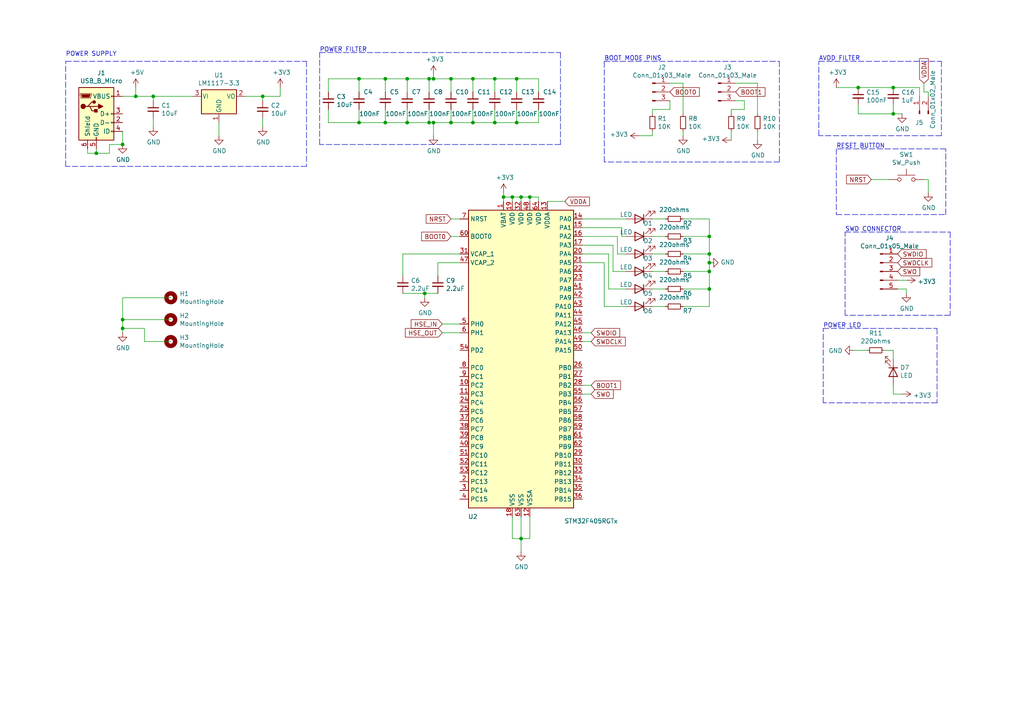
<source format=kicad_sch>
(kicad_sch (version 20211123) (generator eeschema)

  (uuid a710db9e-082d-4eb9-bdc3-049baa1779c4)

  (paper "A4")

  (lib_symbols
    (symbol "Connector:Conn_01x02_Male" (pin_names (offset 1.016) hide) (in_bom yes) (on_board yes)
      (property "Reference" "J" (id 0) (at 0 2.54 0)
        (effects (font (size 1.27 1.27)))
      )
      (property "Value" "Conn_01x02_Male" (id 1) (at 0 -5.08 0)
        (effects (font (size 1.27 1.27)))
      )
      (property "Footprint" "" (id 2) (at 0 0 0)
        (effects (font (size 1.27 1.27)) hide)
      )
      (property "Datasheet" "~" (id 3) (at 0 0 0)
        (effects (font (size 1.27 1.27)) hide)
      )
      (property "ki_keywords" "connector" (id 4) (at 0 0 0)
        (effects (font (size 1.27 1.27)) hide)
      )
      (property "ki_description" "Generic connector, single row, 01x02, script generated (kicad-library-utils/schlib/autogen/connector/)" (id 5) (at 0 0 0)
        (effects (font (size 1.27 1.27)) hide)
      )
      (property "ki_fp_filters" "Connector*:*_1x??_*" (id 6) (at 0 0 0)
        (effects (font (size 1.27 1.27)) hide)
      )
      (symbol "Conn_01x02_Male_1_1"
        (polyline
          (pts
            (xy 1.27 -2.54)
            (xy 0.8636 -2.54)
          )
          (stroke (width 0.1524) (type default) (color 0 0 0 0))
          (fill (type none))
        )
        (polyline
          (pts
            (xy 1.27 0)
            (xy 0.8636 0)
          )
          (stroke (width 0.1524) (type default) (color 0 0 0 0))
          (fill (type none))
        )
        (rectangle (start 0.8636 -2.413) (end 0 -2.667)
          (stroke (width 0.1524) (type default) (color 0 0 0 0))
          (fill (type outline))
        )
        (rectangle (start 0.8636 0.127) (end 0 -0.127)
          (stroke (width 0.1524) (type default) (color 0 0 0 0))
          (fill (type outline))
        )
        (pin passive line (at 5.08 0 180) (length 3.81)
          (name "Pin_1" (effects (font (size 1.27 1.27))))
          (number "1" (effects (font (size 1.27 1.27))))
        )
        (pin passive line (at 5.08 -2.54 180) (length 3.81)
          (name "Pin_2" (effects (font (size 1.27 1.27))))
          (number "2" (effects (font (size 1.27 1.27))))
        )
      )
    )
    (symbol "Connector:Conn_01x03_Male" (pin_names (offset 1.016) hide) (in_bom yes) (on_board yes)
      (property "Reference" "J" (id 0) (at 0 5.08 0)
        (effects (font (size 1.27 1.27)))
      )
      (property "Value" "Conn_01x03_Male" (id 1) (at 0 -5.08 0)
        (effects (font (size 1.27 1.27)))
      )
      (property "Footprint" "" (id 2) (at 0 0 0)
        (effects (font (size 1.27 1.27)) hide)
      )
      (property "Datasheet" "~" (id 3) (at 0 0 0)
        (effects (font (size 1.27 1.27)) hide)
      )
      (property "ki_keywords" "connector" (id 4) (at 0 0 0)
        (effects (font (size 1.27 1.27)) hide)
      )
      (property "ki_description" "Generic connector, single row, 01x03, script generated (kicad-library-utils/schlib/autogen/connector/)" (id 5) (at 0 0 0)
        (effects (font (size 1.27 1.27)) hide)
      )
      (property "ki_fp_filters" "Connector*:*_1x??_*" (id 6) (at 0 0 0)
        (effects (font (size 1.27 1.27)) hide)
      )
      (symbol "Conn_01x03_Male_1_1"
        (polyline
          (pts
            (xy 1.27 -2.54)
            (xy 0.8636 -2.54)
          )
          (stroke (width 0.1524) (type default) (color 0 0 0 0))
          (fill (type none))
        )
        (polyline
          (pts
            (xy 1.27 0)
            (xy 0.8636 0)
          )
          (stroke (width 0.1524) (type default) (color 0 0 0 0))
          (fill (type none))
        )
        (polyline
          (pts
            (xy 1.27 2.54)
            (xy 0.8636 2.54)
          )
          (stroke (width 0.1524) (type default) (color 0 0 0 0))
          (fill (type none))
        )
        (rectangle (start 0.8636 -2.413) (end 0 -2.667)
          (stroke (width 0.1524) (type default) (color 0 0 0 0))
          (fill (type outline))
        )
        (rectangle (start 0.8636 0.127) (end 0 -0.127)
          (stroke (width 0.1524) (type default) (color 0 0 0 0))
          (fill (type outline))
        )
        (rectangle (start 0.8636 2.667) (end 0 2.413)
          (stroke (width 0.1524) (type default) (color 0 0 0 0))
          (fill (type outline))
        )
        (pin passive line (at 5.08 2.54 180) (length 3.81)
          (name "Pin_1" (effects (font (size 1.27 1.27))))
          (number "1" (effects (font (size 1.27 1.27))))
        )
        (pin passive line (at 5.08 0 180) (length 3.81)
          (name "Pin_2" (effects (font (size 1.27 1.27))))
          (number "2" (effects (font (size 1.27 1.27))))
        )
        (pin passive line (at 5.08 -2.54 180) (length 3.81)
          (name "Pin_3" (effects (font (size 1.27 1.27))))
          (number "3" (effects (font (size 1.27 1.27))))
        )
      )
    )
    (symbol "Connector:Conn_01x05_Male" (pin_names (offset 1.016) hide) (in_bom yes) (on_board yes)
      (property "Reference" "J" (id 0) (at 0 7.62 0)
        (effects (font (size 1.27 1.27)))
      )
      (property "Value" "Conn_01x05_Male" (id 1) (at 0 -7.62 0)
        (effects (font (size 1.27 1.27)))
      )
      (property "Footprint" "" (id 2) (at 0 0 0)
        (effects (font (size 1.27 1.27)) hide)
      )
      (property "Datasheet" "~" (id 3) (at 0 0 0)
        (effects (font (size 1.27 1.27)) hide)
      )
      (property "ki_keywords" "connector" (id 4) (at 0 0 0)
        (effects (font (size 1.27 1.27)) hide)
      )
      (property "ki_description" "Generic connector, single row, 01x05, script generated (kicad-library-utils/schlib/autogen/connector/)" (id 5) (at 0 0 0)
        (effects (font (size 1.27 1.27)) hide)
      )
      (property "ki_fp_filters" "Connector*:*_1x??_*" (id 6) (at 0 0 0)
        (effects (font (size 1.27 1.27)) hide)
      )
      (symbol "Conn_01x05_Male_1_1"
        (polyline
          (pts
            (xy 1.27 -5.08)
            (xy 0.8636 -5.08)
          )
          (stroke (width 0.1524) (type default) (color 0 0 0 0))
          (fill (type none))
        )
        (polyline
          (pts
            (xy 1.27 -2.54)
            (xy 0.8636 -2.54)
          )
          (stroke (width 0.1524) (type default) (color 0 0 0 0))
          (fill (type none))
        )
        (polyline
          (pts
            (xy 1.27 0)
            (xy 0.8636 0)
          )
          (stroke (width 0.1524) (type default) (color 0 0 0 0))
          (fill (type none))
        )
        (polyline
          (pts
            (xy 1.27 2.54)
            (xy 0.8636 2.54)
          )
          (stroke (width 0.1524) (type default) (color 0 0 0 0))
          (fill (type none))
        )
        (polyline
          (pts
            (xy 1.27 5.08)
            (xy 0.8636 5.08)
          )
          (stroke (width 0.1524) (type default) (color 0 0 0 0))
          (fill (type none))
        )
        (rectangle (start 0.8636 -4.953) (end 0 -5.207)
          (stroke (width 0.1524) (type default) (color 0 0 0 0))
          (fill (type outline))
        )
        (rectangle (start 0.8636 -2.413) (end 0 -2.667)
          (stroke (width 0.1524) (type default) (color 0 0 0 0))
          (fill (type outline))
        )
        (rectangle (start 0.8636 0.127) (end 0 -0.127)
          (stroke (width 0.1524) (type default) (color 0 0 0 0))
          (fill (type outline))
        )
        (rectangle (start 0.8636 2.667) (end 0 2.413)
          (stroke (width 0.1524) (type default) (color 0 0 0 0))
          (fill (type outline))
        )
        (rectangle (start 0.8636 5.207) (end 0 4.953)
          (stroke (width 0.1524) (type default) (color 0 0 0 0))
          (fill (type outline))
        )
        (pin passive line (at 5.08 5.08 180) (length 3.81)
          (name "Pin_1" (effects (font (size 1.27 1.27))))
          (number "1" (effects (font (size 1.27 1.27))))
        )
        (pin passive line (at 5.08 2.54 180) (length 3.81)
          (name "Pin_2" (effects (font (size 1.27 1.27))))
          (number "2" (effects (font (size 1.27 1.27))))
        )
        (pin passive line (at 5.08 0 180) (length 3.81)
          (name "Pin_3" (effects (font (size 1.27 1.27))))
          (number "3" (effects (font (size 1.27 1.27))))
        )
        (pin passive line (at 5.08 -2.54 180) (length 3.81)
          (name "Pin_4" (effects (font (size 1.27 1.27))))
          (number "4" (effects (font (size 1.27 1.27))))
        )
        (pin passive line (at 5.08 -5.08 180) (length 3.81)
          (name "Pin_5" (effects (font (size 1.27 1.27))))
          (number "5" (effects (font (size 1.27 1.27))))
        )
      )
    )
    (symbol "Device:C_Small" (pin_numbers hide) (pin_names (offset 0.254) hide) (in_bom yes) (on_board yes)
      (property "Reference" "C" (id 0) (at 0.254 1.778 0)
        (effects (font (size 1.27 1.27)) (justify left))
      )
      (property "Value" "C_Small" (id 1) (at 0.254 -2.032 0)
        (effects (font (size 1.27 1.27)) (justify left))
      )
      (property "Footprint" "" (id 2) (at 0 0 0)
        (effects (font (size 1.27 1.27)) hide)
      )
      (property "Datasheet" "~" (id 3) (at 0 0 0)
        (effects (font (size 1.27 1.27)) hide)
      )
      (property "ki_keywords" "capacitor cap" (id 4) (at 0 0 0)
        (effects (font (size 1.27 1.27)) hide)
      )
      (property "ki_description" "Unpolarized capacitor, small symbol" (id 5) (at 0 0 0)
        (effects (font (size 1.27 1.27)) hide)
      )
      (property "ki_fp_filters" "C_*" (id 6) (at 0 0 0)
        (effects (font (size 1.27 1.27)) hide)
      )
      (symbol "C_Small_0_1"
        (polyline
          (pts
            (xy -1.524 -0.508)
            (xy 1.524 -0.508)
          )
          (stroke (width 0.3302) (type default) (color 0 0 0 0))
          (fill (type none))
        )
        (polyline
          (pts
            (xy -1.524 0.508)
            (xy 1.524 0.508)
          )
          (stroke (width 0.3048) (type default) (color 0 0 0 0))
          (fill (type none))
        )
      )
      (symbol "C_Small_1_1"
        (pin passive line (at 0 2.54 270) (length 2.032)
          (name "~" (effects (font (size 1.27 1.27))))
          (number "1" (effects (font (size 1.27 1.27))))
        )
        (pin passive line (at 0 -2.54 90) (length 2.032)
          (name "~" (effects (font (size 1.27 1.27))))
          (number "2" (effects (font (size 1.27 1.27))))
        )
      )
    )
    (symbol "Device:LED" (pin_numbers hide) (pin_names (offset 1.016) hide) (in_bom yes) (on_board yes)
      (property "Reference" "D" (id 0) (at 0 2.54 0)
        (effects (font (size 1.27 1.27)))
      )
      (property "Value" "LED" (id 1) (at 0 -2.54 0)
        (effects (font (size 1.27 1.27)))
      )
      (property "Footprint" "" (id 2) (at 0 0 0)
        (effects (font (size 1.27 1.27)) hide)
      )
      (property "Datasheet" "~" (id 3) (at 0 0 0)
        (effects (font (size 1.27 1.27)) hide)
      )
      (property "ki_keywords" "LED diode" (id 4) (at 0 0 0)
        (effects (font (size 1.27 1.27)) hide)
      )
      (property "ki_description" "Light emitting diode" (id 5) (at 0 0 0)
        (effects (font (size 1.27 1.27)) hide)
      )
      (property "ki_fp_filters" "LED* LED_SMD:* LED_THT:*" (id 6) (at 0 0 0)
        (effects (font (size 1.27 1.27)) hide)
      )
      (symbol "LED_0_1"
        (polyline
          (pts
            (xy -1.27 -1.27)
            (xy -1.27 1.27)
          )
          (stroke (width 0.254) (type default) (color 0 0 0 0))
          (fill (type none))
        )
        (polyline
          (pts
            (xy -1.27 0)
            (xy 1.27 0)
          )
          (stroke (width 0) (type default) (color 0 0 0 0))
          (fill (type none))
        )
        (polyline
          (pts
            (xy 1.27 -1.27)
            (xy 1.27 1.27)
            (xy -1.27 0)
            (xy 1.27 -1.27)
          )
          (stroke (width 0.254) (type default) (color 0 0 0 0))
          (fill (type none))
        )
        (polyline
          (pts
            (xy -3.048 -0.762)
            (xy -4.572 -2.286)
            (xy -3.81 -2.286)
            (xy -4.572 -2.286)
            (xy -4.572 -1.524)
          )
          (stroke (width 0) (type default) (color 0 0 0 0))
          (fill (type none))
        )
        (polyline
          (pts
            (xy -1.778 -0.762)
            (xy -3.302 -2.286)
            (xy -2.54 -2.286)
            (xy -3.302 -2.286)
            (xy -3.302 -1.524)
          )
          (stroke (width 0) (type default) (color 0 0 0 0))
          (fill (type none))
        )
      )
      (symbol "LED_1_1"
        (pin passive line (at -3.81 0 0) (length 2.54)
          (name "K" (effects (font (size 1.27 1.27))))
          (number "1" (effects (font (size 1.27 1.27))))
        )
        (pin passive line (at 3.81 0 180) (length 2.54)
          (name "A" (effects (font (size 1.27 1.27))))
          (number "2" (effects (font (size 1.27 1.27))))
        )
      )
    )
    (symbol "Device:R_Small" (pin_numbers hide) (pin_names (offset 0.254) hide) (in_bom yes) (on_board yes)
      (property "Reference" "R" (id 0) (at 0.762 0.508 0)
        (effects (font (size 1.27 1.27)) (justify left))
      )
      (property "Value" "R_Small" (id 1) (at 0.762 -1.016 0)
        (effects (font (size 1.27 1.27)) (justify left))
      )
      (property "Footprint" "" (id 2) (at 0 0 0)
        (effects (font (size 1.27 1.27)) hide)
      )
      (property "Datasheet" "~" (id 3) (at 0 0 0)
        (effects (font (size 1.27 1.27)) hide)
      )
      (property "ki_keywords" "R resistor" (id 4) (at 0 0 0)
        (effects (font (size 1.27 1.27)) hide)
      )
      (property "ki_description" "Resistor, small symbol" (id 5) (at 0 0 0)
        (effects (font (size 1.27 1.27)) hide)
      )
      (property "ki_fp_filters" "R_*" (id 6) (at 0 0 0)
        (effects (font (size 1.27 1.27)) hide)
      )
      (symbol "R_Small_0_1"
        (rectangle (start -0.762 1.778) (end 0.762 -1.778)
          (stroke (width 0.2032) (type default) (color 0 0 0 0))
          (fill (type none))
        )
      )
      (symbol "R_Small_1_1"
        (pin passive line (at 0 2.54 270) (length 0.762)
          (name "~" (effects (font (size 1.27 1.27))))
          (number "1" (effects (font (size 1.27 1.27))))
        )
        (pin passive line (at 0 -2.54 90) (length 0.762)
          (name "~" (effects (font (size 1.27 1.27))))
          (number "2" (effects (font (size 1.27 1.27))))
        )
      )
    )
    (symbol "MCU_ST_STM32F4:STM32F405RGTx" (in_bom yes) (on_board yes)
      (property "Reference" "U" (id 0) (at -15.24 44.45 0)
        (effects (font (size 1.27 1.27)) (justify left))
      )
      (property "Value" "STM32F405RGTx" (id 1) (at 10.16 44.45 0)
        (effects (font (size 1.27 1.27)) (justify left))
      )
      (property "Footprint" "Package_QFP:LQFP-64_10x10mm_P0.5mm" (id 2) (at -15.24 -43.18 0)
        (effects (font (size 1.27 1.27)) (justify right) hide)
      )
      (property "Datasheet" "http://www.st.com/st-web-ui/static/active/en/resource/technical/document/datasheet/DM00037051.pdf" (id 3) (at 0 0 0)
        (effects (font (size 1.27 1.27)) hide)
      )
      (property "ki_keywords" "ARM Cortex-M4 STM32F4 STM32F405/415" (id 4) (at 0 0 0)
        (effects (font (size 1.27 1.27)) hide)
      )
      (property "ki_description" "ARM Cortex-M4 MCU, 1024KB flash, 128KB RAM, 168MHz, 1.8-3.6V, 51 GPIO, LQFP-64" (id 5) (at 0 0 0)
        (effects (font (size 1.27 1.27)) hide)
      )
      (property "ki_fp_filters" "LQFP*10x10mm*P0.5mm*" (id 6) (at 0 0 0)
        (effects (font (size 1.27 1.27)) hide)
      )
      (symbol "STM32F405RGTx_0_1"
        (rectangle (start -15.24 -43.18) (end 15.24 43.18)
          (stroke (width 0.254) (type default) (color 0 0 0 0))
          (fill (type background))
        )
      )
      (symbol "STM32F405RGTx_1_1"
        (pin power_in line (at -5.08 45.72 270) (length 2.54)
          (name "VBAT" (effects (font (size 1.27 1.27))))
          (number "1" (effects (font (size 1.27 1.27))))
        )
        (pin bidirectional line (at -17.78 -7.62 0) (length 2.54)
          (name "PC2" (effects (font (size 1.27 1.27))))
          (number "10" (effects (font (size 1.27 1.27))))
        )
        (pin bidirectional line (at -17.78 -10.16 0) (length 2.54)
          (name "PC3" (effects (font (size 1.27 1.27))))
          (number "11" (effects (font (size 1.27 1.27))))
        )
        (pin power_in line (at 2.54 -45.72 90) (length 2.54)
          (name "VSSA" (effects (font (size 1.27 1.27))))
          (number "12" (effects (font (size 1.27 1.27))))
        )
        (pin power_in line (at 7.62 45.72 270) (length 2.54)
          (name "VDDA" (effects (font (size 1.27 1.27))))
          (number "13" (effects (font (size 1.27 1.27))))
        )
        (pin bidirectional line (at 17.78 40.64 180) (length 2.54)
          (name "PA0" (effects (font (size 1.27 1.27))))
          (number "14" (effects (font (size 1.27 1.27))))
        )
        (pin bidirectional line (at 17.78 38.1 180) (length 2.54)
          (name "PA1" (effects (font (size 1.27 1.27))))
          (number "15" (effects (font (size 1.27 1.27))))
        )
        (pin bidirectional line (at 17.78 35.56 180) (length 2.54)
          (name "PA2" (effects (font (size 1.27 1.27))))
          (number "16" (effects (font (size 1.27 1.27))))
        )
        (pin bidirectional line (at 17.78 33.02 180) (length 2.54)
          (name "PA3" (effects (font (size 1.27 1.27))))
          (number "17" (effects (font (size 1.27 1.27))))
        )
        (pin power_in line (at -2.54 -45.72 90) (length 2.54)
          (name "VSS" (effects (font (size 1.27 1.27))))
          (number "18" (effects (font (size 1.27 1.27))))
        )
        (pin power_in line (at -2.54 45.72 270) (length 2.54)
          (name "VDD" (effects (font (size 1.27 1.27))))
          (number "19" (effects (font (size 1.27 1.27))))
        )
        (pin bidirectional line (at -17.78 -35.56 0) (length 2.54)
          (name "PC13" (effects (font (size 1.27 1.27))))
          (number "2" (effects (font (size 1.27 1.27))))
        )
        (pin bidirectional line (at 17.78 30.48 180) (length 2.54)
          (name "PA4" (effects (font (size 1.27 1.27))))
          (number "20" (effects (font (size 1.27 1.27))))
        )
        (pin bidirectional line (at 17.78 27.94 180) (length 2.54)
          (name "PA5" (effects (font (size 1.27 1.27))))
          (number "21" (effects (font (size 1.27 1.27))))
        )
        (pin bidirectional line (at 17.78 25.4 180) (length 2.54)
          (name "PA6" (effects (font (size 1.27 1.27))))
          (number "22" (effects (font (size 1.27 1.27))))
        )
        (pin bidirectional line (at 17.78 22.86 180) (length 2.54)
          (name "PA7" (effects (font (size 1.27 1.27))))
          (number "23" (effects (font (size 1.27 1.27))))
        )
        (pin bidirectional line (at -17.78 -12.7 0) (length 2.54)
          (name "PC4" (effects (font (size 1.27 1.27))))
          (number "24" (effects (font (size 1.27 1.27))))
        )
        (pin bidirectional line (at -17.78 -15.24 0) (length 2.54)
          (name "PC5" (effects (font (size 1.27 1.27))))
          (number "25" (effects (font (size 1.27 1.27))))
        )
        (pin bidirectional line (at 17.78 -2.54 180) (length 2.54)
          (name "PB0" (effects (font (size 1.27 1.27))))
          (number "26" (effects (font (size 1.27 1.27))))
        )
        (pin bidirectional line (at 17.78 -5.08 180) (length 2.54)
          (name "PB1" (effects (font (size 1.27 1.27))))
          (number "27" (effects (font (size 1.27 1.27))))
        )
        (pin bidirectional line (at 17.78 -7.62 180) (length 2.54)
          (name "PB2" (effects (font (size 1.27 1.27))))
          (number "28" (effects (font (size 1.27 1.27))))
        )
        (pin bidirectional line (at 17.78 -27.94 180) (length 2.54)
          (name "PB10" (effects (font (size 1.27 1.27))))
          (number "29" (effects (font (size 1.27 1.27))))
        )
        (pin bidirectional line (at -17.78 -38.1 0) (length 2.54)
          (name "PC14" (effects (font (size 1.27 1.27))))
          (number "3" (effects (font (size 1.27 1.27))))
        )
        (pin bidirectional line (at 17.78 -30.48 180) (length 2.54)
          (name "PB11" (effects (font (size 1.27 1.27))))
          (number "30" (effects (font (size 1.27 1.27))))
        )
        (pin power_in line (at -17.78 30.48 0) (length 2.54)
          (name "VCAP_1" (effects (font (size 1.27 1.27))))
          (number "31" (effects (font (size 1.27 1.27))))
        )
        (pin power_in line (at 0 45.72 270) (length 2.54)
          (name "VDD" (effects (font (size 1.27 1.27))))
          (number "32" (effects (font (size 1.27 1.27))))
        )
        (pin bidirectional line (at 17.78 -33.02 180) (length 2.54)
          (name "PB12" (effects (font (size 1.27 1.27))))
          (number "33" (effects (font (size 1.27 1.27))))
        )
        (pin bidirectional line (at 17.78 -35.56 180) (length 2.54)
          (name "PB13" (effects (font (size 1.27 1.27))))
          (number "34" (effects (font (size 1.27 1.27))))
        )
        (pin bidirectional line (at 17.78 -38.1 180) (length 2.54)
          (name "PB14" (effects (font (size 1.27 1.27))))
          (number "35" (effects (font (size 1.27 1.27))))
        )
        (pin bidirectional line (at 17.78 -40.64 180) (length 2.54)
          (name "PB15" (effects (font (size 1.27 1.27))))
          (number "36" (effects (font (size 1.27 1.27))))
        )
        (pin bidirectional line (at -17.78 -17.78 0) (length 2.54)
          (name "PC6" (effects (font (size 1.27 1.27))))
          (number "37" (effects (font (size 1.27 1.27))))
        )
        (pin bidirectional line (at -17.78 -20.32 0) (length 2.54)
          (name "PC7" (effects (font (size 1.27 1.27))))
          (number "38" (effects (font (size 1.27 1.27))))
        )
        (pin bidirectional line (at -17.78 -22.86 0) (length 2.54)
          (name "PC8" (effects (font (size 1.27 1.27))))
          (number "39" (effects (font (size 1.27 1.27))))
        )
        (pin bidirectional line (at -17.78 -40.64 0) (length 2.54)
          (name "PC15" (effects (font (size 1.27 1.27))))
          (number "4" (effects (font (size 1.27 1.27))))
        )
        (pin bidirectional line (at -17.78 -25.4 0) (length 2.54)
          (name "PC9" (effects (font (size 1.27 1.27))))
          (number "40" (effects (font (size 1.27 1.27))))
        )
        (pin bidirectional line (at 17.78 20.32 180) (length 2.54)
          (name "PA8" (effects (font (size 1.27 1.27))))
          (number "41" (effects (font (size 1.27 1.27))))
        )
        (pin bidirectional line (at 17.78 17.78 180) (length 2.54)
          (name "PA9" (effects (font (size 1.27 1.27))))
          (number "42" (effects (font (size 1.27 1.27))))
        )
        (pin bidirectional line (at 17.78 15.24 180) (length 2.54)
          (name "PA10" (effects (font (size 1.27 1.27))))
          (number "43" (effects (font (size 1.27 1.27))))
        )
        (pin bidirectional line (at 17.78 12.7 180) (length 2.54)
          (name "PA11" (effects (font (size 1.27 1.27))))
          (number "44" (effects (font (size 1.27 1.27))))
        )
        (pin bidirectional line (at 17.78 10.16 180) (length 2.54)
          (name "PA12" (effects (font (size 1.27 1.27))))
          (number "45" (effects (font (size 1.27 1.27))))
        )
        (pin bidirectional line (at 17.78 7.62 180) (length 2.54)
          (name "PA13" (effects (font (size 1.27 1.27))))
          (number "46" (effects (font (size 1.27 1.27))))
        )
        (pin power_in line (at -17.78 27.94 0) (length 2.54)
          (name "VCAP_2" (effects (font (size 1.27 1.27))))
          (number "47" (effects (font (size 1.27 1.27))))
        )
        (pin power_in line (at 2.54 45.72 270) (length 2.54)
          (name "VDD" (effects (font (size 1.27 1.27))))
          (number "48" (effects (font (size 1.27 1.27))))
        )
        (pin bidirectional line (at 17.78 5.08 180) (length 2.54)
          (name "PA14" (effects (font (size 1.27 1.27))))
          (number "49" (effects (font (size 1.27 1.27))))
        )
        (pin input line (at -17.78 10.16 0) (length 2.54)
          (name "PH0" (effects (font (size 1.27 1.27))))
          (number "5" (effects (font (size 1.27 1.27))))
        )
        (pin bidirectional line (at 17.78 2.54 180) (length 2.54)
          (name "PA15" (effects (font (size 1.27 1.27))))
          (number "50" (effects (font (size 1.27 1.27))))
        )
        (pin bidirectional line (at -17.78 -27.94 0) (length 2.54)
          (name "PC10" (effects (font (size 1.27 1.27))))
          (number "51" (effects (font (size 1.27 1.27))))
        )
        (pin bidirectional line (at -17.78 -30.48 0) (length 2.54)
          (name "PC11" (effects (font (size 1.27 1.27))))
          (number "52" (effects (font (size 1.27 1.27))))
        )
        (pin bidirectional line (at -17.78 -33.02 0) (length 2.54)
          (name "PC12" (effects (font (size 1.27 1.27))))
          (number "53" (effects (font (size 1.27 1.27))))
        )
        (pin bidirectional line (at -17.78 2.54 0) (length 2.54)
          (name "PD2" (effects (font (size 1.27 1.27))))
          (number "54" (effects (font (size 1.27 1.27))))
        )
        (pin bidirectional line (at 17.78 -10.16 180) (length 2.54)
          (name "PB3" (effects (font (size 1.27 1.27))))
          (number "55" (effects (font (size 1.27 1.27))))
        )
        (pin bidirectional line (at 17.78 -12.7 180) (length 2.54)
          (name "PB4" (effects (font (size 1.27 1.27))))
          (number "56" (effects (font (size 1.27 1.27))))
        )
        (pin bidirectional line (at 17.78 -15.24 180) (length 2.54)
          (name "PB5" (effects (font (size 1.27 1.27))))
          (number "57" (effects (font (size 1.27 1.27))))
        )
        (pin bidirectional line (at 17.78 -17.78 180) (length 2.54)
          (name "PB6" (effects (font (size 1.27 1.27))))
          (number "58" (effects (font (size 1.27 1.27))))
        )
        (pin bidirectional line (at 17.78 -20.32 180) (length 2.54)
          (name "PB7" (effects (font (size 1.27 1.27))))
          (number "59" (effects (font (size 1.27 1.27))))
        )
        (pin input line (at -17.78 7.62 0) (length 2.54)
          (name "PH1" (effects (font (size 1.27 1.27))))
          (number "6" (effects (font (size 1.27 1.27))))
        )
        (pin input line (at -17.78 35.56 0) (length 2.54)
          (name "BOOT0" (effects (font (size 1.27 1.27))))
          (number "60" (effects (font (size 1.27 1.27))))
        )
        (pin bidirectional line (at 17.78 -22.86 180) (length 2.54)
          (name "PB8" (effects (font (size 1.27 1.27))))
          (number "61" (effects (font (size 1.27 1.27))))
        )
        (pin bidirectional line (at 17.78 -25.4 180) (length 2.54)
          (name "PB9" (effects (font (size 1.27 1.27))))
          (number "62" (effects (font (size 1.27 1.27))))
        )
        (pin power_in line (at 0 -45.72 90) (length 2.54)
          (name "VSS" (effects (font (size 1.27 1.27))))
          (number "63" (effects (font (size 1.27 1.27))))
        )
        (pin power_in line (at 5.08 45.72 270) (length 2.54)
          (name "VDD" (effects (font (size 1.27 1.27))))
          (number "64" (effects (font (size 1.27 1.27))))
        )
        (pin input line (at -17.78 40.64 0) (length 2.54)
          (name "NRST" (effects (font (size 1.27 1.27))))
          (number "7" (effects (font (size 1.27 1.27))))
        )
        (pin bidirectional line (at -17.78 -2.54 0) (length 2.54)
          (name "PC0" (effects (font (size 1.27 1.27))))
          (number "8" (effects (font (size 1.27 1.27))))
        )
        (pin bidirectional line (at -17.78 -5.08 0) (length 2.54)
          (name "PC1" (effects (font (size 1.27 1.27))))
          (number "9" (effects (font (size 1.27 1.27))))
        )
      )
    )
    (symbol "Mechanical:MountingHole" (pin_names (offset 1.016)) (in_bom yes) (on_board yes)
      (property "Reference" "H" (id 0) (at 0 5.08 0)
        (effects (font (size 1.27 1.27)))
      )
      (property "Value" "MountingHole" (id 1) (at 0 3.175 0)
        (effects (font (size 1.27 1.27)))
      )
      (property "Footprint" "" (id 2) (at 0 0 0)
        (effects (font (size 1.27 1.27)) hide)
      )
      (property "Datasheet" "~" (id 3) (at 0 0 0)
        (effects (font (size 1.27 1.27)) hide)
      )
      (property "ki_keywords" "mounting hole" (id 4) (at 0 0 0)
        (effects (font (size 1.27 1.27)) hide)
      )
      (property "ki_description" "Mounting Hole without connection" (id 5) (at 0 0 0)
        (effects (font (size 1.27 1.27)) hide)
      )
      (property "ki_fp_filters" "MountingHole*" (id 6) (at 0 0 0)
        (effects (font (size 1.27 1.27)) hide)
      )
      (symbol "MountingHole_0_1"
        (circle (center 0 0) (radius 1.27)
          (stroke (width 1.27) (type default) (color 0 0 0 0))
          (fill (type none))
        )
      )
    )
    (symbol "Regulator_Linear:LM1117-3.3" (pin_names (offset 0.254)) (in_bom yes) (on_board yes)
      (property "Reference" "U" (id 0) (at -3.81 3.175 0)
        (effects (font (size 1.27 1.27)))
      )
      (property "Value" "LM1117-3.3" (id 1) (at 0 3.175 0)
        (effects (font (size 1.27 1.27)) (justify left))
      )
      (property "Footprint" "" (id 2) (at 0 0 0)
        (effects (font (size 1.27 1.27)) hide)
      )
      (property "Datasheet" "http://www.ti.com/lit/ds/symlink/lm1117.pdf" (id 3) (at 0 0 0)
        (effects (font (size 1.27 1.27)) hide)
      )
      (property "ki_keywords" "linear regulator ldo fixed positive" (id 4) (at 0 0 0)
        (effects (font (size 1.27 1.27)) hide)
      )
      (property "ki_description" "800mA Low-Dropout Linear Regulator, 3.3V fixed output, TO-220/TO-252/TO-263/SOT-223" (id 5) (at 0 0 0)
        (effects (font (size 1.27 1.27)) hide)
      )
      (property "ki_fp_filters" "SOT?223* TO?263* TO?252* TO?220*" (id 6) (at 0 0 0)
        (effects (font (size 1.27 1.27)) hide)
      )
      (symbol "LM1117-3.3_0_1"
        (rectangle (start -5.08 -5.08) (end 5.08 1.905)
          (stroke (width 0.254) (type default) (color 0 0 0 0))
          (fill (type background))
        )
      )
      (symbol "LM1117-3.3_1_1"
        (pin power_in line (at 0 -7.62 90) (length 2.54)
          (name "GND" (effects (font (size 1.27 1.27))))
          (number "1" (effects (font (size 1.27 1.27))))
        )
        (pin power_out line (at 7.62 0 180) (length 2.54)
          (name "VO" (effects (font (size 1.27 1.27))))
          (number "2" (effects (font (size 1.27 1.27))))
        )
        (pin power_in line (at -7.62 0 0) (length 2.54)
          (name "VI" (effects (font (size 1.27 1.27))))
          (number "3" (effects (font (size 1.27 1.27))))
        )
      )
    )
    (symbol "STM32_SAMPLE-rescue:+3.3V-power" (power) (pin_names (offset 0)) (in_bom yes) (on_board yes)
      (property "Reference" "#PWR" (id 0) (at 0 -3.81 0)
        (effects (font (size 1.27 1.27)) hide)
      )
      (property "Value" "+3.3V-power" (id 1) (at 0 3.556 0)
        (effects (font (size 1.27 1.27)))
      )
      (property "Footprint" "" (id 2) (at 0 0 0)
        (effects (font (size 1.27 1.27)) hide)
      )
      (property "Datasheet" "" (id 3) (at 0 0 0)
        (effects (font (size 1.27 1.27)) hide)
      )
      (symbol "+3.3V-power_0_1"
        (polyline
          (pts
            (xy -0.762 1.27)
            (xy 0 2.54)
          )
          (stroke (width 0) (type default) (color 0 0 0 0))
          (fill (type none))
        )
        (polyline
          (pts
            (xy 0 0)
            (xy 0 2.54)
          )
          (stroke (width 0) (type default) (color 0 0 0 0))
          (fill (type none))
        )
        (polyline
          (pts
            (xy 0 2.54)
            (xy 0.762 1.27)
          )
          (stroke (width 0) (type default) (color 0 0 0 0))
          (fill (type none))
        )
      )
      (symbol "+3.3V-power_1_1"
        (pin power_in line (at 0 0 90) (length 0) hide
          (name "+3V3" (effects (font (size 1.27 1.27))))
          (number "1" (effects (font (size 1.27 1.27))))
        )
      )
    )
    (symbol "STM32_SAMPLE-rescue:USB_B_Micro-Connector" (pin_names (offset 1.016)) (in_bom yes) (on_board yes)
      (property "Reference" "J" (id 0) (at -5.08 11.43 0)
        (effects (font (size 1.27 1.27)) (justify left))
      )
      (property "Value" "USB_B_Micro-Connector" (id 1) (at -5.08 8.89 0)
        (effects (font (size 1.27 1.27)) (justify left))
      )
      (property "Footprint" "" (id 2) (at 3.81 -1.27 0)
        (effects (font (size 1.27 1.27)) hide)
      )
      (property "Datasheet" "" (id 3) (at 3.81 -1.27 0)
        (effects (font (size 1.27 1.27)) hide)
      )
      (property "ki_fp_filters" "USB*" (id 4) (at 0 0 0)
        (effects (font (size 1.27 1.27)) hide)
      )
      (symbol "USB_B_Micro-Connector_0_1"
        (rectangle (start -5.08 -7.62) (end 5.08 7.62)
          (stroke (width 0.254) (type default) (color 0 0 0 0))
          (fill (type background))
        )
        (circle (center -3.81 2.159) (radius 0.635)
          (stroke (width 0.254) (type default) (color 0 0 0 0))
          (fill (type outline))
        )
        (circle (center -0.635 3.429) (radius 0.381)
          (stroke (width 0.254) (type default) (color 0 0 0 0))
          (fill (type outline))
        )
        (rectangle (start -0.127 -7.62) (end 0.127 -6.858)
          (stroke (width 0) (type default) (color 0 0 0 0))
          (fill (type none))
        )
        (polyline
          (pts
            (xy -1.905 2.159)
            (xy 0.635 2.159)
          )
          (stroke (width 0.254) (type default) (color 0 0 0 0))
          (fill (type none))
        )
        (polyline
          (pts
            (xy -3.175 2.159)
            (xy -2.54 2.159)
            (xy -1.27 3.429)
            (xy -0.635 3.429)
          )
          (stroke (width 0.254) (type default) (color 0 0 0 0))
          (fill (type none))
        )
        (polyline
          (pts
            (xy -2.54 2.159)
            (xy -1.905 2.159)
            (xy -1.27 0.889)
            (xy 0 0.889)
          )
          (stroke (width 0.254) (type default) (color 0 0 0 0))
          (fill (type none))
        )
        (polyline
          (pts
            (xy 0.635 2.794)
            (xy 0.635 1.524)
            (xy 1.905 2.159)
            (xy 0.635 2.794)
          )
          (stroke (width 0.254) (type default) (color 0 0 0 0))
          (fill (type outline))
        )
        (polyline
          (pts
            (xy -4.318 5.588)
            (xy -1.778 5.588)
            (xy -2.032 4.826)
            (xy -4.064 4.826)
            (xy -4.318 5.588)
          )
          (stroke (width 0) (type default) (color 0 0 0 0))
          (fill (type outline))
        )
        (polyline
          (pts
            (xy -4.699 5.842)
            (xy -4.699 5.588)
            (xy -4.445 4.826)
            (xy -4.445 4.572)
            (xy -1.651 4.572)
            (xy -1.651 4.826)
            (xy -1.397 5.588)
            (xy -1.397 5.842)
            (xy -4.699 5.842)
          )
          (stroke (width 0) (type default) (color 0 0 0 0))
          (fill (type none))
        )
        (rectangle (start 0.254 1.27) (end -0.508 0.508)
          (stroke (width 0.254) (type default) (color 0 0 0 0))
          (fill (type outline))
        )
        (rectangle (start 5.08 -5.207) (end 4.318 -4.953)
          (stroke (width 0) (type default) (color 0 0 0 0))
          (fill (type none))
        )
        (rectangle (start 5.08 -2.667) (end 4.318 -2.413)
          (stroke (width 0) (type default) (color 0 0 0 0))
          (fill (type none))
        )
        (rectangle (start 5.08 -0.127) (end 4.318 0.127)
          (stroke (width 0) (type default) (color 0 0 0 0))
          (fill (type none))
        )
        (rectangle (start 5.08 4.953) (end 4.318 5.207)
          (stroke (width 0) (type default) (color 0 0 0 0))
          (fill (type none))
        )
      )
      (symbol "USB_B_Micro-Connector_1_1"
        (pin power_out line (at 7.62 5.08 180) (length 2.54)
          (name "VBUS" (effects (font (size 1.27 1.27))))
          (number "1" (effects (font (size 1.27 1.27))))
        )
        (pin passive line (at 7.62 -2.54 180) (length 2.54)
          (name "D-" (effects (font (size 1.27 1.27))))
          (number "2" (effects (font (size 1.27 1.27))))
        )
        (pin passive line (at 7.62 0 180) (length 2.54)
          (name "D+" (effects (font (size 1.27 1.27))))
          (number "3" (effects (font (size 1.27 1.27))))
        )
        (pin passive line (at 7.62 -5.08 180) (length 2.54)
          (name "ID" (effects (font (size 1.27 1.27))))
          (number "4" (effects (font (size 1.27 1.27))))
        )
        (pin power_out line (at 0 -10.16 90) (length 2.54)
          (name "GND" (effects (font (size 1.27 1.27))))
          (number "5" (effects (font (size 1.27 1.27))))
        )
        (pin passive line (at -2.54 -10.16 90) (length 2.54)
          (name "Shield" (effects (font (size 1.27 1.27))))
          (number "6" (effects (font (size 1.27 1.27))))
        )
      )
    )
    (symbol "Switch:SW_Push" (pin_numbers hide) (pin_names (offset 1.016) hide) (in_bom yes) (on_board yes)
      (property "Reference" "SW" (id 0) (at 1.27 2.54 0)
        (effects (font (size 1.27 1.27)) (justify left))
      )
      (property "Value" "SW_Push" (id 1) (at 0 -1.524 0)
        (effects (font (size 1.27 1.27)))
      )
      (property "Footprint" "" (id 2) (at 0 5.08 0)
        (effects (font (size 1.27 1.27)) hide)
      )
      (property "Datasheet" "~" (id 3) (at 0 5.08 0)
        (effects (font (size 1.27 1.27)) hide)
      )
      (property "ki_keywords" "switch normally-open pushbutton push-button" (id 4) (at 0 0 0)
        (effects (font (size 1.27 1.27)) hide)
      )
      (property "ki_description" "Push button switch, generic, two pins" (id 5) (at 0 0 0)
        (effects (font (size 1.27 1.27)) hide)
      )
      (symbol "SW_Push_0_1"
        (circle (center -2.032 0) (radius 0.508)
          (stroke (width 0) (type default) (color 0 0 0 0))
          (fill (type none))
        )
        (polyline
          (pts
            (xy 0 1.27)
            (xy 0 3.048)
          )
          (stroke (width 0) (type default) (color 0 0 0 0))
          (fill (type none))
        )
        (polyline
          (pts
            (xy 2.54 1.27)
            (xy -2.54 1.27)
          )
          (stroke (width 0) (type default) (color 0 0 0 0))
          (fill (type none))
        )
        (circle (center 2.032 0) (radius 0.508)
          (stroke (width 0) (type default) (color 0 0 0 0))
          (fill (type none))
        )
        (pin passive line (at -5.08 0 0) (length 2.54)
          (name "1" (effects (font (size 1.27 1.27))))
          (number "1" (effects (font (size 1.27 1.27))))
        )
        (pin passive line (at 5.08 0 180) (length 2.54)
          (name "2" (effects (font (size 1.27 1.27))))
          (number "2" (effects (font (size 1.27 1.27))))
        )
      )
    )
    (symbol "power:+5V" (power) (pin_names (offset 0)) (in_bom yes) (on_board yes)
      (property "Reference" "#PWR" (id 0) (at 0 -3.81 0)
        (effects (font (size 1.27 1.27)) hide)
      )
      (property "Value" "+5V" (id 1) (at 0 3.556 0)
        (effects (font (size 1.27 1.27)))
      )
      (property "Footprint" "" (id 2) (at 0 0 0)
        (effects (font (size 1.27 1.27)) hide)
      )
      (property "Datasheet" "" (id 3) (at 0 0 0)
        (effects (font (size 1.27 1.27)) hide)
      )
      (property "ki_keywords" "power-flag" (id 4) (at 0 0 0)
        (effects (font (size 1.27 1.27)) hide)
      )
      (property "ki_description" "Power symbol creates a global label with name \"+5V\"" (id 5) (at 0 0 0)
        (effects (font (size 1.27 1.27)) hide)
      )
      (symbol "+5V_0_1"
        (polyline
          (pts
            (xy -0.762 1.27)
            (xy 0 2.54)
          )
          (stroke (width 0) (type default) (color 0 0 0 0))
          (fill (type none))
        )
        (polyline
          (pts
            (xy 0 0)
            (xy 0 2.54)
          )
          (stroke (width 0) (type default) (color 0 0 0 0))
          (fill (type none))
        )
        (polyline
          (pts
            (xy 0 2.54)
            (xy 0.762 1.27)
          )
          (stroke (width 0) (type default) (color 0 0 0 0))
          (fill (type none))
        )
      )
      (symbol "+5V_1_1"
        (pin power_in line (at 0 0 90) (length 0) hide
          (name "+5V" (effects (font (size 1.27 1.27))))
          (number "1" (effects (font (size 1.27 1.27))))
        )
      )
    )
    (symbol "power:GND" (power) (pin_names (offset 0)) (in_bom yes) (on_board yes)
      (property "Reference" "#PWR" (id 0) (at 0 -6.35 0)
        (effects (font (size 1.27 1.27)) hide)
      )
      (property "Value" "GND" (id 1) (at 0 -3.81 0)
        (effects (font (size 1.27 1.27)))
      )
      (property "Footprint" "" (id 2) (at 0 0 0)
        (effects (font (size 1.27 1.27)) hide)
      )
      (property "Datasheet" "" (id 3) (at 0 0 0)
        (effects (font (size 1.27 1.27)) hide)
      )
      (property "ki_keywords" "power-flag" (id 4) (at 0 0 0)
        (effects (font (size 1.27 1.27)) hide)
      )
      (property "ki_description" "Power symbol creates a global label with name \"GND\" , ground" (id 5) (at 0 0 0)
        (effects (font (size 1.27 1.27)) hide)
      )
      (symbol "GND_0_1"
        (polyline
          (pts
            (xy 0 0)
            (xy 0 -1.27)
            (xy 1.27 -1.27)
            (xy 0 -2.54)
            (xy -1.27 -1.27)
            (xy 0 -1.27)
          )
          (stroke (width 0) (type default) (color 0 0 0 0))
          (fill (type none))
        )
      )
      (symbol "GND_1_1"
        (pin power_in line (at 0 0 270) (length 0) hide
          (name "GND" (effects (font (size 1.27 1.27))))
          (number "1" (effects (font (size 1.27 1.27))))
        )
      )
    )
  )

  (junction (at 205.74 68.58) (diameter 0) (color 0 0 0 0)
    (uuid 0692ae65-38f4-4c20-9cdd-a996078975df)
  )
  (junction (at 205.74 78.74) (diameter 0) (color 0 0 0 0)
    (uuid 1003d536-8ad1-44dd-86ef-34b0b806fec2)
  )
  (junction (at 111.76 35.56) (diameter 0) (color 0 0 0 0)
    (uuid 184ca4b8-9ba5-4b13-9f97-29762b71c658)
  )
  (junction (at 27.94 44.45) (diameter 0) (color 0 0 0 0)
    (uuid 2614c48e-f194-477a-a073-a59717821c87)
  )
  (junction (at 35.56 92.71) (diameter 0) (color 0 0 0 0)
    (uuid 2cc35bd8-bc24-4e4b-9d24-86d3063dbd29)
  )
  (junction (at 148.59 57.15) (diameter 0) (color 0 0 0 0)
    (uuid 338517cd-755c-4b88-99ff-b4ea0e52ed5e)
  )
  (junction (at 259.08 25.4) (diameter 0) (color 0 0 0 0)
    (uuid 38ebb70c-a2b4-4af4-a734-12d136b62630)
  )
  (junction (at 205.74 76.2) (diameter 0) (color 0 0 0 0)
    (uuid 45568464-8aed-443d-bcff-bf8b037190eb)
  )
  (junction (at 205.74 83.82) (diameter 0) (color 0 0 0 0)
    (uuid 4f156f63-90d9-4775-a152-20062c7f9b63)
  )
  (junction (at 130.81 22.86) (diameter 0) (color 0 0 0 0)
    (uuid 5b613f4e-6257-4f6f-8da3-95881df51dfc)
  )
  (junction (at 137.16 35.56) (diameter 0) (color 0 0 0 0)
    (uuid 6047f953-74fc-4854-b089-e1e08ea5b01d)
  )
  (junction (at 125.73 35.56) (diameter 0) (color 0 0 0 0)
    (uuid 65493fbf-90c4-433b-8633-7b2c91faf8fc)
  )
  (junction (at 153.67 57.15) (diameter 0) (color 0 0 0 0)
    (uuid 670065ef-e043-4230-8098-97285c1a5dae)
  )
  (junction (at 149.86 35.56) (diameter 0) (color 0 0 0 0)
    (uuid 6912dcf2-0b9b-4b1c-bd54-04bc2afd0522)
  )
  (junction (at 205.74 73.66) (diameter 0) (color 0 0 0 0)
    (uuid 6a5ffc83-eb51-437d-a48f-4096cfaf2fda)
  )
  (junction (at 146.05 57.15) (diameter 0) (color 0 0 0 0)
    (uuid 7271d8be-a633-44d5-8497-a050e11b7cb7)
  )
  (junction (at 104.14 22.86) (diameter 0) (color 0 0 0 0)
    (uuid 771041e2-0a83-4af8-8c48-c645bc93db71)
  )
  (junction (at 143.51 35.56) (diameter 0) (color 0 0 0 0)
    (uuid 792acc0d-bbbf-4db8-9ba8-b092bf6a104f)
  )
  (junction (at 44.45 27.94) (diameter 0) (color 0 0 0 0)
    (uuid 7d1d17cd-15a5-4936-8f80-612502c7c155)
  )
  (junction (at 104.14 35.56) (diameter 0) (color 0 0 0 0)
    (uuid 8077bd27-2e66-4ef5-aba1-7b81958c7115)
  )
  (junction (at 118.11 35.56) (diameter 0) (color 0 0 0 0)
    (uuid a2ce301f-f6b6-4e86-b332-f07ffbc24728)
  )
  (junction (at 151.13 57.15) (diameter 0) (color 0 0 0 0)
    (uuid ac3cdcb5-6fd3-428d-b1dd-2764bae06404)
  )
  (junction (at 118.11 22.86) (diameter 0) (color 0 0 0 0)
    (uuid b34cee2d-d450-40e4-93f1-8736e2688782)
  )
  (junction (at 111.76 22.86) (diameter 0) (color 0 0 0 0)
    (uuid b7e0f0c9-d540-4ba2-b458-eb38698d8ab4)
  )
  (junction (at 125.73 22.86) (diameter 0) (color 0 0 0 0)
    (uuid c316edba-7b74-4c5d-ae60-b92213b48fdc)
  )
  (junction (at 259.08 33.02) (diameter 0) (color 0 0 0 0)
    (uuid c3535b1c-f1a5-4ea4-8040-53da29affe30)
  )
  (junction (at 39.37 27.94) (diameter 0) (color 0 0 0 0)
    (uuid c77f85f8-8dbe-49de-832b-53309ac6b380)
  )
  (junction (at 76.2 27.94) (diameter 0) (color 0 0 0 0)
    (uuid cac4170c-3ec2-46a6-814a-86ede0cb4503)
  )
  (junction (at 137.16 22.86) (diameter 0) (color 0 0 0 0)
    (uuid cc866ac6-4833-439b-99b6-24dbb2794abc)
  )
  (junction (at 151.13 156.21) (diameter 0) (color 0 0 0 0)
    (uuid d490bab2-688d-47cb-85a6-f30777ec93dd)
  )
  (junction (at 35.56 95.25) (diameter 0) (color 0 0 0 0)
    (uuid d7805efb-b422-490b-a068-d301c6608cd3)
  )
  (junction (at 143.51 22.86) (diameter 0) (color 0 0 0 0)
    (uuid da9ff37c-5f02-4849-9095-5a64c701d75d)
  )
  (junction (at 123.19 85.09) (diameter 0) (color 0 0 0 0)
    (uuid efdf7bfd-0b9b-4e30-bcdf-874f2769f7cd)
  )
  (junction (at 149.86 22.86) (diameter 0) (color 0 0 0 0)
    (uuid f017ff3c-e79a-4b88-b831-d2ec5d1f7fea)
  )
  (junction (at 124.46 35.56) (diameter 0) (color 0 0 0 0)
    (uuid f16c9bc0-dedc-4fac-82db-cfc18a938eb6)
  )
  (junction (at 130.81 35.56) (diameter 0) (color 0 0 0 0)
    (uuid f1905a3f-5bf6-4bc1-9e4d-cb0c897d9f4e)
  )
  (junction (at 35.56 41.91) (diameter 0) (color 0 0 0 0)
    (uuid f6b06876-ae96-4853-a7e5-cb4db96e8316)
  )
  (junction (at 248.92 25.4) (diameter 0) (color 0 0 0 0)
    (uuid f8013438-aaf5-4d55-81f1-a2919a0a9bcb)
  )
  (junction (at 124.46 22.86) (diameter 0) (color 0 0 0 0)
    (uuid f880622e-21d9-4342-9eb8-0b47884485d7)
  )

  (polyline (pts (xy 19.05 17.78) (xy 88.9 17.78))
    (stroke (width 0) (type default) (color 0 0 0 0))
    (uuid 01c715ce-a027-4eed-b00f-9aaa56a4f534)
  )

  (wire (pts (xy 215.9 29.21) (xy 215.9 31.75))
    (stroke (width 0) (type default) (color 0 0 0 0))
    (uuid 0221ce6f-5810-4dd4-9ac1-e53d2a46bdd2)
  )
  (wire (pts (xy 189.23 78.74) (xy 193.04 78.74))
    (stroke (width 0) (type default) (color 0 0 0 0))
    (uuid 06c0911f-8d07-4f0c-a4e0-0ee112f0e971)
  )
  (wire (pts (xy 44.45 34.29) (xy 44.45 36.83))
    (stroke (width 0) (type default) (color 0 0 0 0))
    (uuid 0809d199-d910-41d4-b4d5-91e2f94cd243)
  )
  (wire (pts (xy 156.21 57.15) (xy 156.21 58.42))
    (stroke (width 0) (type default) (color 0 0 0 0))
    (uuid 08268c69-ed06-4edb-b9ee-259bb700a8a2)
  )
  (wire (pts (xy 123.19 85.09) (xy 123.19 86.36))
    (stroke (width 0) (type default) (color 0 0 0 0))
    (uuid 0868d23a-26bb-4da2-8313-1d7924b1825d)
  )
  (wire (pts (xy 219.71 38.1) (xy 219.71 40.64))
    (stroke (width 0) (type default) (color 0 0 0 0))
    (uuid 0a4e8537-5125-4c24-8102-683a1411c269)
  )
  (wire (pts (xy 198.12 73.66) (xy 205.74 73.66))
    (stroke (width 0) (type default) (color 0 0 0 0))
    (uuid 0b8c1fe6-e6ef-4b1c-b1bc-680b5e84042b)
  )
  (polyline (pts (xy 162.56 41.91) (xy 92.71 41.91))
    (stroke (width 0) (type default) (color 0 0 0 0))
    (uuid 0bb34f7a-0ef3-4e85-bda2-40fd0f09a7b2)
  )

  (wire (pts (xy 156.21 35.56) (xy 149.86 35.56))
    (stroke (width 0) (type default) (color 0 0 0 0))
    (uuid 0f776b39-f504-465c-a59b-0c3e1affe601)
  )
  (wire (pts (xy 156.21 31.75) (xy 156.21 35.56))
    (stroke (width 0) (type default) (color 0 0 0 0))
    (uuid 0f97a5ac-1bd7-4f33-98e8-b60a171abd81)
  )
  (wire (pts (xy 153.67 58.42) (xy 153.67 57.15))
    (stroke (width 0) (type default) (color 0 0 0 0))
    (uuid 106a9390-4c7c-46a5-9a08-911559f2fe35)
  )
  (polyline (pts (xy 162.56 15.24) (xy 162.56 41.91))
    (stroke (width 0) (type default) (color 0 0 0 0))
    (uuid 11146a6b-4c44-4897-b55a-7252f319843d)
  )

  (wire (pts (xy 127 76.2) (xy 133.35 76.2))
    (stroke (width 0) (type default) (color 0 0 0 0))
    (uuid 117aa76d-0da1-4cc5-ab42-86369696a1b6)
  )
  (wire (pts (xy 125.73 21.59) (xy 125.73 22.86))
    (stroke (width 0) (type default) (color 0 0 0 0))
    (uuid 121e08af-a505-4d78-842f-d47386ed98f0)
  )
  (wire (pts (xy 168.91 99.06) (xy 171.45 99.06))
    (stroke (width 0) (type default) (color 0 0 0 0))
    (uuid 12a8d7dc-24cc-4aa3-ba07-1181390603a8)
  )
  (wire (pts (xy 198.12 78.74) (xy 205.74 78.74))
    (stroke (width 0) (type default) (color 0 0 0 0))
    (uuid 1398fda0-b0be-4b45-b685-6f2ea0ffc28e)
  )
  (polyline (pts (xy 237.49 17.78) (xy 273.05 17.78))
    (stroke (width 0) (type default) (color 0 0 0 0))
    (uuid 146f437b-d8ee-45c8-b744-b3c61a4f2016)
  )

  (wire (pts (xy 171.45 111.76) (xy 168.91 111.76))
    (stroke (width 0) (type default) (color 0 0 0 0))
    (uuid 193947e1-ccdd-4b24-b746-738ad76f1251)
  )
  (wire (pts (xy 124.46 26.67) (xy 124.46 22.86))
    (stroke (width 0) (type default) (color 0 0 0 0))
    (uuid 19e00add-ca38-4ed1-8de9-f0ed01aa6b2d)
  )
  (polyline (pts (xy 88.9 48.26) (xy 19.05 48.26))
    (stroke (width 0) (type default) (color 0 0 0 0))
    (uuid 1a1db42c-ef10-4140-ae1f-3829c80d44d2)
  )

  (wire (pts (xy 49.53 92.71) (xy 35.56 92.71))
    (stroke (width 0) (type default) (color 0 0 0 0))
    (uuid 1a312442-826f-48da-8b77-eae95452ac0a)
  )
  (wire (pts (xy 116.84 73.66) (xy 116.84 80.01))
    (stroke (width 0) (type default) (color 0 0 0 0))
    (uuid 1bd580ef-caeb-4326-881d-a763e8dd74b2)
  )
  (wire (pts (xy 168.91 71.12) (xy 177.8 71.12))
    (stroke (width 0) (type default) (color 0 0 0 0))
    (uuid 1c04c15e-48c4-421a-921f-ab5ebca058e5)
  )
  (wire (pts (xy 180.34 66.04) (xy 180.34 68.58))
    (stroke (width 0) (type default) (color 0 0 0 0))
    (uuid 1f1a9e2f-2a07-4d2b-b1c9-116d36782e3a)
  )
  (wire (pts (xy 125.73 22.86) (xy 130.81 22.86))
    (stroke (width 0) (type default) (color 0 0 0 0))
    (uuid 1f1b9bf7-12ab-49c8-861a-0a840a0aa8db)
  )
  (wire (pts (xy 49.53 99.06) (xy 41.91 99.06))
    (stroke (width 0) (type default) (color 0 0 0 0))
    (uuid 220ec69f-cc6d-43ce-bebe-4a6e0163bc7f)
  )
  (wire (pts (xy 179.07 73.66) (xy 181.61 73.66))
    (stroke (width 0) (type default) (color 0 0 0 0))
    (uuid 2388bcf4-de2f-4c6e-b79a-7b3c4f645aab)
  )
  (wire (pts (xy 194.31 31.75) (xy 189.23 31.75))
    (stroke (width 0) (type default) (color 0 0 0 0))
    (uuid 2392cb4a-0b65-4edb-9db2-1fcd960d381c)
  )
  (wire (pts (xy 189.23 38.1) (xy 189.23 39.37))
    (stroke (width 0) (type default) (color 0 0 0 0))
    (uuid 26357dcf-1c1c-4f16-8794-548939e8afe4)
  )
  (wire (pts (xy 133.35 73.66) (xy 116.84 73.66))
    (stroke (width 0) (type default) (color 0 0 0 0))
    (uuid 29960c97-8cd4-4199-9adf-c16c07200e8b)
  )
  (wire (pts (xy 63.5 35.56) (xy 63.5 39.37))
    (stroke (width 0) (type default) (color 0 0 0 0))
    (uuid 2e01b131-bff1-4374-a6a4-b39919d24537)
  )
  (wire (pts (xy 189.23 31.75) (xy 189.23 33.02))
    (stroke (width 0) (type default) (color 0 0 0 0))
    (uuid 2f0159dc-c0b2-4934-96c9-21e91d8bcec0)
  )
  (wire (pts (xy 205.74 76.2) (xy 205.74 78.74))
    (stroke (width 0) (type default) (color 0 0 0 0))
    (uuid 2f4d3949-6172-43ca-a6d2-58b09bee00ae)
  )
  (wire (pts (xy 124.46 31.75) (xy 124.46 35.56))
    (stroke (width 0) (type default) (color 0 0 0 0))
    (uuid 305bdec8-8416-4a52-ad43-1937a441d881)
  )
  (wire (pts (xy 205.74 73.66) (xy 205.74 76.2))
    (stroke (width 0) (type default) (color 0 0 0 0))
    (uuid 314552ca-ec7f-4399-8f34-321c000c06cd)
  )
  (polyline (pts (xy 242.57 43.18) (xy 242.57 62.23))
    (stroke (width 0) (type default) (color 0 0 0 0))
    (uuid 329ff530-7e2e-4721-b86a-9a3f6fc5e2d2)
  )

  (wire (pts (xy 153.67 57.15) (xy 156.21 57.15))
    (stroke (width 0) (type default) (color 0 0 0 0))
    (uuid 3385228c-5140-4057-bab6-84b950b29781)
  )
  (wire (pts (xy 213.36 29.21) (xy 215.9 29.21))
    (stroke (width 0) (type default) (color 0 0 0 0))
    (uuid 33de3b0b-4e88-4c39-8838-d24878980bda)
  )
  (wire (pts (xy 198.12 38.1) (xy 198.12 39.37))
    (stroke (width 0) (type default) (color 0 0 0 0))
    (uuid 351bf676-bf67-4150-91f4-c7e3a9dbfb04)
  )
  (polyline (pts (xy 175.26 17.78) (xy 226.06 17.78))
    (stroke (width 0) (type default) (color 0 0 0 0))
    (uuid 35c30886-663a-4162-b099-412340d529f8)
  )

  (wire (pts (xy 168.91 68.58) (xy 179.07 68.58))
    (stroke (width 0) (type default) (color 0 0 0 0))
    (uuid 3631711d-45a5-43ba-9755-47b1e6548fa6)
  )
  (wire (pts (xy 95.25 22.86) (xy 104.14 22.86))
    (stroke (width 0) (type default) (color 0 0 0 0))
    (uuid 3786df4c-f191-44b4-8395-66ca30903164)
  )
  (polyline (pts (xy 92.71 41.91) (xy 92.71 15.24))
    (stroke (width 0) (type default) (color 0 0 0 0))
    (uuid 381630d5-899c-4a53-ad4a-18b0f60d45ff)
  )

  (wire (pts (xy 205.74 78.74) (xy 205.74 83.82))
    (stroke (width 0) (type default) (color 0 0 0 0))
    (uuid 3be2547e-210c-4fe8-a932-1ba98476c0a2)
  )
  (polyline (pts (xy 273.05 17.78) (xy 273.05 39.37))
    (stroke (width 0) (type default) (color 0 0 0 0))
    (uuid 3fe7f950-30e1-46bd-bb04-7be543e023a6)
  )
  (polyline (pts (xy 242.57 62.23) (xy 274.32 62.23))
    (stroke (width 0) (type default) (color 0 0 0 0))
    (uuid 40f64455-a266-4405-814f-948b4efae43f)
  )
  (polyline (pts (xy 271.78 116.84) (xy 238.76 116.84))
    (stroke (width 0) (type default) (color 0 0 0 0))
    (uuid 417f01ad-3246-4e10-a31b-ce727c90f06d)
  )

  (wire (pts (xy 130.81 35.56) (xy 125.73 35.56))
    (stroke (width 0) (type default) (color 0 0 0 0))
    (uuid 429cd1a2-7b30-4fb5-bd91-b62aed6aeff8)
  )
  (wire (pts (xy 252.73 52.07) (xy 257.81 52.07))
    (stroke (width 0) (type default) (color 0 0 0 0))
    (uuid 4354c91b-3bfc-43fe-b849-8ca457ecc4d3)
  )
  (wire (pts (xy 259.08 33.02) (xy 261.62 33.02))
    (stroke (width 0) (type default) (color 0 0 0 0))
    (uuid 43beb6fa-14e4-4b7f-82f7-7781c455ac93)
  )
  (wire (pts (xy 146.05 55.88) (xy 146.05 57.15))
    (stroke (width 0) (type default) (color 0 0 0 0))
    (uuid 44c1847a-8b60-494f-88af-5fecd7e41302)
  )
  (wire (pts (xy 76.2 27.94) (xy 81.28 27.94))
    (stroke (width 0) (type default) (color 0 0 0 0))
    (uuid 4515608d-19c3-4ce5-a671-9a2b47e6f350)
  )
  (wire (pts (xy 194.31 24.13) (xy 198.12 24.13))
    (stroke (width 0) (type default) (color 0 0 0 0))
    (uuid 45ed9357-0918-471d-9d71-dedefa2193b9)
  )
  (wire (pts (xy 212.09 38.1) (xy 212.09 40.64))
    (stroke (width 0) (type default) (color 0 0 0 0))
    (uuid 461b3a20-4bfc-498f-8b36-a40a73533ef4)
  )
  (wire (pts (xy 180.34 68.58) (xy 181.61 68.58))
    (stroke (width 0) (type default) (color 0 0 0 0))
    (uuid 462318ae-dc8a-4ff0-bb00-069c65d12d4a)
  )
  (wire (pts (xy 137.16 35.56) (xy 130.81 35.56))
    (stroke (width 0) (type default) (color 0 0 0 0))
    (uuid 4664f4ce-c9ea-44f6-aadf-d759b6e1962f)
  )
  (wire (pts (xy 205.74 83.82) (xy 205.74 88.9))
    (stroke (width 0) (type default) (color 0 0 0 0))
    (uuid 492de941-5eda-43d6-802a-b7fc3c82ae79)
  )
  (wire (pts (xy 143.51 35.56) (xy 137.16 35.56))
    (stroke (width 0) (type default) (color 0 0 0 0))
    (uuid 4933492f-5e62-4466-b83a-f73eb42132a8)
  )
  (wire (pts (xy 71.12 27.94) (xy 76.2 27.94))
    (stroke (width 0) (type default) (color 0 0 0 0))
    (uuid 49f7b932-2e63-44a0-9598-6ed8a6dc73db)
  )
  (wire (pts (xy 193.04 88.9) (xy 189.23 88.9))
    (stroke (width 0) (type default) (color 0 0 0 0))
    (uuid 4b3d3984-3955-4f16-94f4-ed30f28d75b5)
  )
  (wire (pts (xy 111.76 22.86) (xy 118.11 22.86))
    (stroke (width 0) (type default) (color 0 0 0 0))
    (uuid 4f7c7a3f-78be-4489-8174-30411f5bd35c)
  )
  (wire (pts (xy 44.45 27.94) (xy 55.88 27.94))
    (stroke (width 0) (type default) (color 0 0 0 0))
    (uuid 4f7c8486-22ed-40aa-b316-ef9c18513536)
  )
  (polyline (pts (xy 271.78 95.25) (xy 271.78 116.84))
    (stroke (width 0) (type default) (color 0 0 0 0))
    (uuid 531af2a4-effa-47f6-bfb4-3bb2196ad910)
  )

  (wire (pts (xy 168.91 73.66) (xy 176.53 73.66))
    (stroke (width 0) (type default) (color 0 0 0 0))
    (uuid 558d92ea-339a-4aea-aca1-aa66344abfcf)
  )
  (wire (pts (xy 256.54 101.6) (xy 259.08 101.6))
    (stroke (width 0) (type default) (color 0 0 0 0))
    (uuid 5907b01f-be81-4294-8f4a-4aea6ed55a04)
  )
  (wire (pts (xy 130.81 26.67) (xy 130.81 22.86))
    (stroke (width 0) (type default) (color 0 0 0 0))
    (uuid 5b28adbe-acb4-4abd-9126-1d68cef56810)
  )
  (wire (pts (xy 95.25 26.67) (xy 95.25 22.86))
    (stroke (width 0) (type default) (color 0 0 0 0))
    (uuid 5c84d8b7-37d6-49b8-aa5f-1da249aa5e88)
  )
  (polyline (pts (xy 226.06 46.99) (xy 175.26 46.99))
    (stroke (width 0) (type default) (color 0 0 0 0))
    (uuid 5d05d4e6-6a22-47db-a509-b383dadfb234)
  )

  (wire (pts (xy 148.59 57.15) (xy 151.13 57.15))
    (stroke (width 0) (type default) (color 0 0 0 0))
    (uuid 5d71132c-cbba-41fb-b4b8-ba0a7cb3c228)
  )
  (polyline (pts (xy 175.26 46.99) (xy 175.26 17.78))
    (stroke (width 0) (type default) (color 0 0 0 0))
    (uuid 5f3304f3-3d00-4765-9220-ce0654a1fc0c)
  )

  (wire (pts (xy 76.2 27.94) (xy 76.2 29.21))
    (stroke (width 0) (type default) (color 0 0 0 0))
    (uuid 609f4506-a464-4fd6-ab68-158d29db933c)
  )
  (wire (pts (xy 259.08 30.48) (xy 259.08 33.02))
    (stroke (width 0) (type default) (color 0 0 0 0))
    (uuid 62ec7aeb-f5aa-46d5-bdd3-987a6501a52c)
  )
  (wire (pts (xy 213.36 24.13) (xy 219.71 24.13))
    (stroke (width 0) (type default) (color 0 0 0 0))
    (uuid 650528ba-c62e-4057-ba74-f0da37725f80)
  )
  (wire (pts (xy 149.86 31.75) (xy 149.86 35.56))
    (stroke (width 0) (type default) (color 0 0 0 0))
    (uuid 660c5c0f-0783-46a0-88db-ecb127b20ff6)
  )
  (polyline (pts (xy 274.32 62.23) (xy 274.32 43.18))
    (stroke (width 0) (type default) (color 0 0 0 0))
    (uuid 6ca18809-d598-489d-85f0-dba5e2532774)
  )

  (wire (pts (xy 176.53 83.82) (xy 181.61 83.82))
    (stroke (width 0) (type default) (color 0 0 0 0))
    (uuid 6ce9e3f5-c0e4-4b18-a028-fadabeda1886)
  )
  (wire (pts (xy 248.92 25.4) (xy 259.08 25.4))
    (stroke (width 0) (type default) (color 0 0 0 0))
    (uuid 6d719fcb-0d1f-4589-af3d-c12a45596115)
  )
  (wire (pts (xy 35.56 27.94) (xy 39.37 27.94))
    (stroke (width 0) (type default) (color 0 0 0 0))
    (uuid 6ebb0a6c-0a2c-4b72-8b02-f7f4d2f97128)
  )
  (wire (pts (xy 95.25 35.56) (xy 95.25 31.75))
    (stroke (width 0) (type default) (color 0 0 0 0))
    (uuid 6fbc032f-9897-43e8-ae5a-3ad6fc754d51)
  )
  (wire (pts (xy 193.04 68.58) (xy 189.23 68.58))
    (stroke (width 0) (type default) (color 0 0 0 0))
    (uuid 710b19fd-1d83-4704-a04c-c1d69a2b5d0a)
  )
  (polyline (pts (xy 88.9 17.78) (xy 88.9 48.26))
    (stroke (width 0) (type default) (color 0 0 0 0))
    (uuid 719486c3-5eac-4dd9-aa78-884ffaecebb3)
  )

  (wire (pts (xy 176.53 73.66) (xy 176.53 83.82))
    (stroke (width 0) (type default) (color 0 0 0 0))
    (uuid 72728bb6-d763-456e-a786-0f8091d89540)
  )
  (wire (pts (xy 111.76 26.67) (xy 111.76 22.86))
    (stroke (width 0) (type default) (color 0 0 0 0))
    (uuid 7381aa7e-f579-49bb-9ffa-3bad9072d5a6)
  )
  (wire (pts (xy 143.51 26.67) (xy 143.51 22.86))
    (stroke (width 0) (type default) (color 0 0 0 0))
    (uuid 74ea4a45-b1bc-4656-a09a-3d9423b2b391)
  )
  (wire (pts (xy 35.56 92.71) (xy 35.56 86.36))
    (stroke (width 0) (type default) (color 0 0 0 0))
    (uuid 74f586f4-0f4a-4794-b073-87d0d064cf26)
  )
  (wire (pts (xy 39.37 25.4) (xy 39.37 27.94))
    (stroke (width 0) (type default) (color 0 0 0 0))
    (uuid 776bf38a-94a9-4b86-b4e8-17c0da44b2de)
  )
  (wire (pts (xy 248.92 30.48) (xy 248.92 33.02))
    (stroke (width 0) (type default) (color 0 0 0 0))
    (uuid 77931eeb-7c94-488b-92ea-f9665e8dc913)
  )
  (wire (pts (xy 39.37 27.94) (xy 44.45 27.94))
    (stroke (width 0) (type default) (color 0 0 0 0))
    (uuid 7800d2ac-ef11-4103-bb5c-f793884a70fd)
  )
  (wire (pts (xy 123.19 85.09) (xy 127 85.09))
    (stroke (width 0) (type default) (color 0 0 0 0))
    (uuid 786b4fd4-408c-4563-a948-89854ae7f330)
  )
  (wire (pts (xy 262.89 83.82) (xy 262.89 85.09))
    (stroke (width 0) (type default) (color 0 0 0 0))
    (uuid 7b03a4b7-1995-4ec8-95de-9b783209f980)
  )
  (wire (pts (xy 31.75 44.45) (xy 31.75 41.91))
    (stroke (width 0) (type default) (color 0 0 0 0))
    (uuid 7b5339a3-025c-4cd1-8fd6-4e9b64130142)
  )
  (wire (pts (xy 31.75 41.91) (xy 35.56 41.91))
    (stroke (width 0) (type default) (color 0 0 0 0))
    (uuid 7cdd8adb-073f-4f8e-9406-8a8496a3bc87)
  )
  (wire (pts (xy 168.91 76.2) (xy 175.26 76.2))
    (stroke (width 0) (type default) (color 0 0 0 0))
    (uuid 7e6a58fa-4bf7-4574-93d6-5ec534c9ef28)
  )
  (wire (pts (xy 153.67 156.21) (xy 153.67 149.86))
    (stroke (width 0) (type default) (color 0 0 0 0))
    (uuid 7fe25e07-2cf7-402a-8e60-48a8b5bd20fc)
  )
  (wire (pts (xy 168.91 63.5) (xy 181.61 63.5))
    (stroke (width 0) (type default) (color 0 0 0 0))
    (uuid 81f512b0-e4c3-41b0-bc79-4ea3eb03f6c8)
  )
  (wire (pts (xy 151.13 57.15) (xy 153.67 57.15))
    (stroke (width 0) (type default) (color 0 0 0 0))
    (uuid 82d2f418-82c9-4107-a526-5e9b7cbe99ae)
  )
  (wire (pts (xy 149.86 22.86) (xy 156.21 22.86))
    (stroke (width 0) (type default) (color 0 0 0 0))
    (uuid 83dc0840-6061-41b2-a386-b9f22faf0de4)
  )
  (wire (pts (xy 137.16 31.75) (xy 137.16 35.56))
    (stroke (width 0) (type default) (color 0 0 0 0))
    (uuid 86dd272f-d0ce-48e8-9984-fbabde8c0a92)
  )
  (wire (pts (xy 247.65 101.6) (xy 251.46 101.6))
    (stroke (width 0) (type default) (color 0 0 0 0))
    (uuid 8855c257-87bf-43bf-b8f4-d7502330bb80)
  )
  (wire (pts (xy 158.75 58.42) (xy 163.83 58.42))
    (stroke (width 0) (type default) (color 0 0 0 0))
    (uuid 89456927-48d6-4ceb-97cf-d5c7330fabe6)
  )
  (wire (pts (xy 248.92 33.02) (xy 259.08 33.02))
    (stroke (width 0) (type default) (color 0 0 0 0))
    (uuid 8a196e75-f509-43e2-ab63-fdb65f72368f)
  )
  (wire (pts (xy 116.84 85.09) (xy 123.19 85.09))
    (stroke (width 0) (type default) (color 0 0 0 0))
    (uuid 8bb902e4-26dd-4aa7-9123-6a681f22425f)
  )
  (polyline (pts (xy 226.06 17.78) (xy 226.06 46.99))
    (stroke (width 0) (type default) (color 0 0 0 0))
    (uuid 8ce9fb35-d9d5-4a13-bf63-bde5ea1e41ff)
  )

  (wire (pts (xy 177.8 78.74) (xy 181.61 78.74))
    (stroke (width 0) (type default) (color 0 0 0 0))
    (uuid 8cf1b2d2-9f2a-4cff-84d7-7b50bf20ddcc)
  )
  (wire (pts (xy 198.12 68.58) (xy 205.74 68.58))
    (stroke (width 0) (type default) (color 0 0 0 0))
    (uuid 8d212ad9-faac-4e09-ae30-f5109c331144)
  )
  (wire (pts (xy 198.12 63.5) (xy 205.74 63.5))
    (stroke (width 0) (type default) (color 0 0 0 0))
    (uuid 8e843f14-f2e5-404d-bb33-9c68c5fdc1d9)
  )
  (wire (pts (xy 151.13 149.86) (xy 151.13 156.21))
    (stroke (width 0) (type default) (color 0 0 0 0))
    (uuid 8ef9ed3d-f365-43b8-81ac-e810e2f80127)
  )
  (wire (pts (xy 111.76 31.75) (xy 111.76 35.56))
    (stroke (width 0) (type default) (color 0 0 0 0))
    (uuid 90ed6fb8-78f5-4cff-b572-968fecffd88e)
  )
  (wire (pts (xy 146.05 57.15) (xy 148.59 57.15))
    (stroke (width 0) (type default) (color 0 0 0 0))
    (uuid 90f4da13-1f15-46b5-a909-90089c5104b6)
  )
  (wire (pts (xy 124.46 35.56) (xy 118.11 35.56))
    (stroke (width 0) (type default) (color 0 0 0 0))
    (uuid 925c84a5-c8ad-4600-b03d-9c0c7019df82)
  )
  (wire (pts (xy 198.12 24.13) (xy 198.12 33.02))
    (stroke (width 0) (type default) (color 0 0 0 0))
    (uuid 925f2470-acbb-419b-a32e-c31287b65d36)
  )
  (wire (pts (xy 267.97 52.07) (xy 269.24 52.07))
    (stroke (width 0) (type default) (color 0 0 0 0))
    (uuid 92fbec1a-776f-46c4-a581-d6fad7bb5686)
  )
  (wire (pts (xy 259.08 114.3) (xy 261.62 114.3))
    (stroke (width 0) (type default) (color 0 0 0 0))
    (uuid 97277b64-ed14-4537-a01b-1fb5660fa6b3)
  )
  (wire (pts (xy 104.14 22.86) (xy 111.76 22.86))
    (stroke (width 0) (type default) (color 0 0 0 0))
    (uuid 9a2323e1-153e-4075-8544-740e583d1bc1)
  )
  (polyline (pts (xy 237.49 39.37) (xy 237.49 17.78))
    (stroke (width 0) (type default) (color 0 0 0 0))
    (uuid 9a820294-e095-4ef9-b009-708888329481)
  )

  (wire (pts (xy 189.23 83.82) (xy 193.04 83.82))
    (stroke (width 0) (type default) (color 0 0 0 0))
    (uuid 9a9c3c90-40b8-412d-984d-1f8990241b5c)
  )
  (wire (pts (xy 193.04 63.5) (xy 189.23 63.5))
    (stroke (width 0) (type default) (color 0 0 0 0))
    (uuid 9b378b25-d53c-4a7a-aeda-2d5234fb01af)
  )
  (wire (pts (xy 118.11 22.86) (xy 124.46 22.86))
    (stroke (width 0) (type default) (color 0 0 0 0))
    (uuid 9c169a2d-a9cb-42a5-b0cc-3daa600f734f)
  )
  (wire (pts (xy 267.97 26.67) (xy 269.24 26.67))
    (stroke (width 0) (type default) (color 0 0 0 0))
    (uuid 9c66ef4c-e0a1-458d-b6ea-088ccee72cca)
  )
  (wire (pts (xy 269.24 26.67) (xy 269.24 27.94))
    (stroke (width 0) (type default) (color 0 0 0 0))
    (uuid 9e875965-901d-4d68-947d-70026108dcee)
  )
  (wire (pts (xy 27.94 44.45) (xy 27.94 43.18))
    (stroke (width 0) (type default) (color 0 0 0 0))
    (uuid 9f395f22-2005-4b92-b378-22350b03a077)
  )
  (wire (pts (xy 76.2 34.29) (xy 76.2 36.83))
    (stroke (width 0) (type default) (color 0 0 0 0))
    (uuid 9fcec2c0-3ad5-4557-b49b-82bddcf131af)
  )
  (wire (pts (xy 25.4 43.18) (xy 25.4 44.45))
    (stroke (width 0) (type default) (color 0 0 0 0))
    (uuid 9fe4b68f-35c9-4bae-9241-9808804e9ad1)
  )
  (polyline (pts (xy 19.05 48.26) (xy 19.05 17.78))
    (stroke (width 0) (type default) (color 0 0 0 0))
    (uuid a1330df4-5740-463a-9df7-b247e2d7d0bd)
  )

  (wire (pts (xy 259.08 111.76) (xy 259.08 114.3))
    (stroke (width 0) (type default) (color 0 0 0 0))
    (uuid a177e759-c682-4332-8c08-5a36065dab75)
  )
  (wire (pts (xy 156.21 22.86) (xy 156.21 26.67))
    (stroke (width 0) (type default) (color 0 0 0 0))
    (uuid a1bfe133-00d5-4808-9f1c-15e6888a8b6d)
  )
  (wire (pts (xy 215.9 31.75) (xy 212.09 31.75))
    (stroke (width 0) (type default) (color 0 0 0 0))
    (uuid a2b8442b-0de3-4e21-abfa-dd9ffc023db1)
  )
  (wire (pts (xy 198.12 83.82) (xy 205.74 83.82))
    (stroke (width 0) (type default) (color 0 0 0 0))
    (uuid a2cafcf3-59a4-4c27-9e7d-63cc5c6edf35)
  )
  (wire (pts (xy 148.59 149.86) (xy 148.59 156.21))
    (stroke (width 0) (type default) (color 0 0 0 0))
    (uuid a38c8b9e-da51-47e4-bf8b-b871b6b9f721)
  )
  (polyline (pts (xy 275.59 67.31) (xy 275.59 91.44))
    (stroke (width 0) (type default) (color 0 0 0 0))
    (uuid a51580ca-ed98-45fc-bbe8-f864720d84f0)
  )

  (wire (pts (xy 177.8 71.12) (xy 177.8 78.74))
    (stroke (width 0) (type default) (color 0 0 0 0))
    (uuid a65ba688-9ee8-4ded-87c6-96a7b1bd4e23)
  )
  (wire (pts (xy 175.26 76.2) (xy 175.26 88.9))
    (stroke (width 0) (type default) (color 0 0 0 0))
    (uuid a6dbd68c-0006-4ee5-9bef-2fdf46390ed3)
  )
  (wire (pts (xy 128.27 96.52) (xy 133.35 96.52))
    (stroke (width 0) (type default) (color 0 0 0 0))
    (uuid a7885c09-7439-4f44-adba-203b90f0b113)
  )
  (wire (pts (xy 267.97 24.13) (xy 267.97 26.67))
    (stroke (width 0) (type default) (color 0 0 0 0))
    (uuid a797e5e3-83dc-4702-a9e9-9d365658ad4a)
  )
  (polyline (pts (xy 245.11 67.31) (xy 275.59 67.31))
    (stroke (width 0) (type default) (color 0 0 0 0))
    (uuid a848399e-6f66-49f3-87ec-514cb6c091cc)
  )

  (wire (pts (xy 118.11 35.56) (xy 111.76 35.56))
    (stroke (width 0) (type default) (color 0 0 0 0))
    (uuid aa795565-830b-48c9-b0cd-0601df08f713)
  )
  (wire (pts (xy 35.56 95.25) (xy 41.91 95.25))
    (stroke (width 0) (type default) (color 0 0 0 0))
    (uuid ab4c43f3-8f45-49dc-a625-df8eb3ee29a2)
  )
  (wire (pts (xy 118.11 31.75) (xy 118.11 35.56))
    (stroke (width 0) (type default) (color 0 0 0 0))
    (uuid ad6ba973-ff32-46ad-8455-38e7307a6194)
  )
  (polyline (pts (xy 238.76 116.84) (xy 238.76 95.25))
    (stroke (width 0) (type default) (color 0 0 0 0))
    (uuid b18e405f-9545-4222-bfb9-0576429d12fe)
  )

  (wire (pts (xy 143.51 31.75) (xy 143.51 35.56))
    (stroke (width 0) (type default) (color 0 0 0 0))
    (uuid b2db80ce-705e-4472-a94a-b8658e1716a5)
  )
  (wire (pts (xy 205.74 68.58) (xy 205.74 73.66))
    (stroke (width 0) (type default) (color 0 0 0 0))
    (uuid b46c7651-aa90-4f66-90c6-74af3c77239a)
  )
  (wire (pts (xy 25.4 44.45) (xy 27.94 44.45))
    (stroke (width 0) (type default) (color 0 0 0 0))
    (uuid b7018b70-7486-49e9-9d0e-e557b4876bb7)
  )
  (wire (pts (xy 146.05 57.15) (xy 146.05 58.42))
    (stroke (width 0) (type default) (color 0 0 0 0))
    (uuid b76a9cd0-d2ed-46ac-ae60-930309ab6528)
  )
  (wire (pts (xy 137.16 26.67) (xy 137.16 22.86))
    (stroke (width 0) (type default) (color 0 0 0 0))
    (uuid b974e2f1-29a6-47cd-9e3b-4d8e4f293a95)
  )
  (wire (pts (xy 189.23 39.37) (xy 185.42 39.37))
    (stroke (width 0) (type default) (color 0 0 0 0))
    (uuid b98f166f-c416-45b2-a710-b0cbf7ba79de)
  )
  (polyline (pts (xy 275.59 91.44) (xy 245.11 91.44))
    (stroke (width 0) (type default) (color 0 0 0 0))
    (uuid b9a0e1c7-cdfc-4137-80e5-ee024f60d09b)
  )

  (wire (pts (xy 179.07 68.58) (xy 179.07 73.66))
    (stroke (width 0) (type default) (color 0 0 0 0))
    (uuid b9f4254f-0234-4fac-9eb8-265be4216d36)
  )
  (wire (pts (xy 104.14 31.75) (xy 104.14 35.56))
    (stroke (width 0) (type default) (color 0 0 0 0))
    (uuid ba4d616b-9a21-4d5e-80a7-ad082bd8bda2)
  )
  (wire (pts (xy 128.27 93.98) (xy 133.35 93.98))
    (stroke (width 0) (type default) (color 0 0 0 0))
    (uuid ba5ac046-9159-44f0-a4b5-0b2b337c6528)
  )
  (wire (pts (xy 194.31 29.21) (xy 194.31 31.75))
    (stroke (width 0) (type default) (color 0 0 0 0))
    (uuid baf83289-5678-4c06-95df-3dd779f965c1)
  )
  (wire (pts (xy 137.16 22.86) (xy 143.51 22.86))
    (stroke (width 0) (type default) (color 0 0 0 0))
    (uuid bba66e26-23c3-48d9-a39d-1b8dba6e1858)
  )
  (wire (pts (xy 149.86 26.67) (xy 149.86 22.86))
    (stroke (width 0) (type default) (color 0 0 0 0))
    (uuid bbdc40f8-96f1-4be5-9452-3088b80a8a21)
  )
  (wire (pts (xy 219.71 24.13) (xy 219.71 33.02))
    (stroke (width 0) (type default) (color 0 0 0 0))
    (uuid bc3a8551-bd98-4e6a-8134-37f34485ab69)
  )
  (wire (pts (xy 130.81 31.75) (xy 130.81 35.56))
    (stroke (width 0) (type default) (color 0 0 0 0))
    (uuid bde01ac6-0a32-481a-af2b-27d1af7ee20c)
  )
  (wire (pts (xy 148.59 156.21) (xy 151.13 156.21))
    (stroke (width 0) (type default) (color 0 0 0 0))
    (uuid bdedfe7e-547c-4135-a3bb-795a71ba0f14)
  )
  (wire (pts (xy 149.86 35.56) (xy 143.51 35.56))
    (stroke (width 0) (type default) (color 0 0 0 0))
    (uuid beb2057a-84ef-4192-ba5a-ee3224949cbb)
  )
  (wire (pts (xy 266.7 25.4) (xy 266.7 27.94))
    (stroke (width 0) (type default) (color 0 0 0 0))
    (uuid bf060860-f2ed-477b-a87f-fd128595c284)
  )
  (wire (pts (xy 35.56 86.36) (xy 49.53 86.36))
    (stroke (width 0) (type default) (color 0 0 0 0))
    (uuid bfd1c9db-0e83-43d8-98c2-3a2daca7d2d9)
  )
  (wire (pts (xy 189.23 73.66) (xy 193.04 73.66))
    (stroke (width 0) (type default) (color 0 0 0 0))
    (uuid c20489bf-8784-4190-94c2-2e12350dc211)
  )
  (wire (pts (xy 118.11 26.67) (xy 118.11 22.86))
    (stroke (width 0) (type default) (color 0 0 0 0))
    (uuid c4c18d37-98c9-44f5-abc3-96b0aaae8c1a)
  )
  (wire (pts (xy 151.13 156.21) (xy 151.13 160.02))
    (stroke (width 0) (type default) (color 0 0 0 0))
    (uuid c80baefb-c79e-4778-859e-58983fc035b3)
  )
  (wire (pts (xy 35.56 96.52) (xy 35.56 95.25))
    (stroke (width 0) (type default) (color 0 0 0 0))
    (uuid c82fdbdd-d6d4-4d2c-b291-4cabeab46b6f)
  )
  (wire (pts (xy 104.14 26.67) (xy 104.14 22.86))
    (stroke (width 0) (type default) (color 0 0 0 0))
    (uuid c88d873a-a9e1-473e-9ea3-a9793e8511c7)
  )
  (wire (pts (xy 168.91 66.04) (xy 180.34 66.04))
    (stroke (width 0) (type default) (color 0 0 0 0))
    (uuid ca29be57-da04-44c5-82cf-b22e52d2d0ef)
  )
  (wire (pts (xy 125.73 39.37) (xy 125.73 35.56))
    (stroke (width 0) (type default) (color 0 0 0 0))
    (uuid cac7ce04-cb0c-4833-be02-03c31fa36d03)
  )
  (polyline (pts (xy 274.32 43.18) (xy 242.57 43.18))
    (stroke (width 0) (type default) (color 0 0 0 0))
    (uuid ccccb959-e83c-4416-b7ab-8913dd3a4281)
  )

  (wire (pts (xy 35.56 38.1) (xy 35.56 41.91))
    (stroke (width 0) (type default) (color 0 0 0 0))
    (uuid ce2018b6-c0c2-4535-a83f-c1fef8ed9687)
  )
  (wire (pts (xy 260.35 83.82) (xy 262.89 83.82))
    (stroke (width 0) (type default) (color 0 0 0 0))
    (uuid cefcc367-8017-47b9-b091-b9dd883aefa6)
  )
  (wire (pts (xy 148.59 58.42) (xy 148.59 57.15))
    (stroke (width 0) (type default) (color 0 0 0 0))
    (uuid d017a3d5-0980-411e-8fee-5bbe68b03237)
  )
  (wire (pts (xy 27.94 44.45) (xy 31.75 44.45))
    (stroke (width 0) (type default) (color 0 0 0 0))
    (uuid d0871f03-25f3-42eb-b666-586b9b172523)
  )
  (wire (pts (xy 212.09 31.75) (xy 212.09 33.02))
    (stroke (width 0) (type default) (color 0 0 0 0))
    (uuid d5b3670b-90a9-4f03-80cc-c622dccb3119)
  )
  (wire (pts (xy 269.24 52.07) (xy 269.24 55.88))
    (stroke (width 0) (type default) (color 0 0 0 0))
    (uuid d5d203a5-d7c5-44aa-a45d-adad1a82c9c5)
  )
  (wire (pts (xy 205.74 88.9) (xy 198.12 88.9))
    (stroke (width 0) (type default) (color 0 0 0 0))
    (uuid d6090f79-e320-4776-ab9c-ec1ba07d6f22)
  )
  (wire (pts (xy 35.56 95.25) (xy 35.56 92.71))
    (stroke (width 0) (type default) (color 0 0 0 0))
    (uuid d680101f-baff-476d-9229-89f44079ba7e)
  )
  (wire (pts (xy 259.08 25.4) (xy 266.7 25.4))
    (stroke (width 0) (type default) (color 0 0 0 0))
    (uuid d9148655-4967-412f-abea-e36829fe7fae)
  )
  (wire (pts (xy 205.74 63.5) (xy 205.74 68.58))
    (stroke (width 0) (type default) (color 0 0 0 0))
    (uuid d9a96b72-0b33-474b-aa43-54c0ba924b5c)
  )
  (wire (pts (xy 127 80.01) (xy 127 76.2))
    (stroke (width 0) (type default) (color 0 0 0 0))
    (uuid db027e15-380e-4eac-8122-fbdcff93786a)
  )
  (wire (pts (xy 124.46 22.86) (xy 125.73 22.86))
    (stroke (width 0) (type default) (color 0 0 0 0))
    (uuid db9c235d-651f-435d-a773-11bad89094d3)
  )
  (wire (pts (xy 111.76 35.56) (xy 104.14 35.56))
    (stroke (width 0) (type default) (color 0 0 0 0))
    (uuid dbe7439e-6056-4891-b150-77efcbcddb92)
  )
  (wire (pts (xy 125.73 35.56) (xy 124.46 35.56))
    (stroke (width 0) (type default) (color 0 0 0 0))
    (uuid dd6413c6-731a-4495-a91f-4c877b02d07b)
  )
  (polyline (pts (xy 245.11 91.44) (xy 245.11 67.31))
    (stroke (width 0) (type default) (color 0 0 0 0))
    (uuid df9a61a7-457e-4a40-b099-6dee423a20c2)
  )

  (wire (pts (xy 175.26 88.9) (xy 181.61 88.9))
    (stroke (width 0) (type default) (color 0 0 0 0))
    (uuid e07ec71f-c05a-4ed5-a36d-1a026dee30e7)
  )
  (wire (pts (xy 104.14 35.56) (xy 95.25 35.56))
    (stroke (width 0) (type default) (color 0 0 0 0))
    (uuid e2fc76a0-4973-4cf4-be23-5aaecb7494fc)
  )
  (wire (pts (xy 130.81 63.5) (xy 133.35 63.5))
    (stroke (width 0) (type default) (color 0 0 0 0))
    (uuid e5fc5b37-3d41-4b62-acd9-1db9e5864551)
  )
  (wire (pts (xy 41.91 95.25) (xy 41.91 99.06))
    (stroke (width 0) (type default) (color 0 0 0 0))
    (uuid e7737170-8d95-4eec-add6-5e72c6f879df)
  )
  (wire (pts (xy 260.35 81.28) (xy 262.89 81.28))
    (stroke (width 0) (type default) (color 0 0 0 0))
    (uuid e8039b3d-e8ee-4b83-848b-84e143c311ab)
  )
  (wire (pts (xy 168.91 96.52) (xy 171.45 96.52))
    (stroke (width 0) (type default) (color 0 0 0 0))
    (uuid e9a11843-4fcf-49b4-91f4-fac10bc2de08)
  )
  (wire (pts (xy 151.13 156.21) (xy 153.67 156.21))
    (stroke (width 0) (type default) (color 0 0 0 0))
    (uuid ee52edf4-f690-4b4f-8767-e694a9e840ff)
  )
  (wire (pts (xy 168.91 114.3) (xy 171.45 114.3))
    (stroke (width 0) (type default) (color 0 0 0 0))
    (uuid f0b976eb-ca85-4f1f-ad36-b0abb033e6a3)
  )
  (polyline (pts (xy 273.05 39.37) (xy 237.49 39.37))
    (stroke (width 0) (type default) (color 0 0 0 0))
    (uuid f103e693-899e-40b5-9b6b-c715cd28c4dd)
  )
  (polyline (pts (xy 92.71 15.24) (xy 162.56 15.24))
    (stroke (width 0) (type default) (color 0 0 0 0))
    (uuid f353bfb2-2047-4b32-9c31-eb9a991e656a)
  )
  (polyline (pts (xy 238.76 95.25) (xy 271.78 95.25))
    (stroke (width 0) (type default) (color 0 0 0 0))
    (uuid f368776f-211a-4450-a589-3a8ff7d8d527)
  )

  (wire (pts (xy 130.81 22.86) (xy 137.16 22.86))
    (stroke (width 0) (type default) (color 0 0 0 0))
    (uuid f3aee7b5-5886-4051-bea1-2aec64806809)
  )
  (wire (pts (xy 259.08 101.6) (xy 259.08 104.14))
    (stroke (width 0) (type default) (color 0 0 0 0))
    (uuid f5a0f395-105c-4ac2-b338-736d81f4045a)
  )
  (wire (pts (xy 151.13 58.42) (xy 151.13 57.15))
    (stroke (width 0) (type default) (color 0 0 0 0))
    (uuid f6a51259-ea6b-44d5-8fde-8783eeb19920)
  )
  (wire (pts (xy 130.81 68.58) (xy 133.35 68.58))
    (stroke (width 0) (type default) (color 0 0 0 0))
    (uuid f7d0793e-beae-40df-9332-903cf59357ac)
  )
  (wire (pts (xy 44.45 29.21) (xy 44.45 27.94))
    (stroke (width 0) (type default) (color 0 0 0 0))
    (uuid f97f84d3-abc1-4f29-9aed-fd383c4d701e)
  )
  (wire (pts (xy 81.28 25.4) (xy 81.28 27.94))
    (stroke (width 0) (type default) (color 0 0 0 0))
    (uuid fc05198d-57a8-4dbc-8a5f-dbff47016a38)
  )
  (wire (pts (xy 242.57 25.4) (xy 248.92 25.4))
    (stroke (width 0) (type default) (color 0 0 0 0))
    (uuid fdc45e9f-4576-4999-96aa-0995ad0ac223)
  )
  (wire (pts (xy 143.51 22.86) (xy 149.86 22.86))
    (stroke (width 0) (type default) (color 0 0 0 0))
    (uuid fea20b7e-da84-4a5b-be05-54382d8da151)
  )

  (text "SWD CONNECTOR\n" (at 245.11 67.31 0)
    (effects (font (size 1.27 1.27)) (justify left bottom))
    (uuid 0fa60b04-6044-4a12-859d-3305663905ec)
  )
  (text "RESET BUTTON\n" (at 242.57 43.18 0)
    (effects (font (size 1.27 1.27)) (justify left bottom))
    (uuid 309a9960-87f4-443b-931c-5c05bffc7eff)
  )
  (text "POWER LED\n" (at 238.76 95.25 0)
    (effects (font (size 1.27 1.27)) (justify left bottom))
    (uuid 96350c05-6ae7-4fcc-932f-624b792037dc)
  )
  (text "POWER SUPPLY\n" (at 19.05 16.51 0)
    (effects (font (size 1.27 1.27)) (justify left bottom))
    (uuid ab68c4ed-3655-4d3f-9b82-5faa4cbe3a35)
  )
  (text "POWER FILTER\n" (at 92.71 15.24 0)
    (effects (font (size 1.27 1.27)) (justify left bottom))
    (uuid c00167d2-dd75-4aad-8910-cad02536e3e8)
  )
  (text "BOOT MODE PINS" (at 175.26 17.78 0)
    (effects (font (size 1.27 1.27)) (justify left bottom))
    (uuid e4b86187-f4e9-4fb5-a14d-125481bd9df2)
  )
  (text "AVDD FILTER" (at 237.49 17.78 0)
    (effects (font (size 1.27 1.27)) (justify left bottom))
    (uuid f6dff1ba-0eb9-43a9-99d4-83ca7855929c)
  )

  (global_label "NRST" (shape input) (at 130.81 63.5 180) (fields_autoplaced)
    (effects (font (size 1.27 1.27)) (justify right))
    (uuid 070398a1-0ea2-4156-8342-15d1f5e58880)
    (property "Intersheet References" "${INTERSHEET_REFS}" (id 0) (at 0 0 0)
      (effects (font (size 1.27 1.27)) hide)
    )
  )
  (global_label "HSE_IN" (shape input) (at 128.27 93.98 180) (fields_autoplaced)
    (effects (font (size 1.27 1.27)) (justify right))
    (uuid 0d399355-14e4-4c52-b71b-6c3c66a789dd)
    (property "Intersheet References" "${INTERSHEET_REFS}" (id 0) (at 0 0 0)
      (effects (font (size 1.27 1.27)) hide)
    )
  )
  (global_label "SWDCLK" (shape input) (at 171.45 99.06 0) (fields_autoplaced)
    (effects (font (size 1.27 1.27)) (justify left))
    (uuid 12938da5-5902-49e4-8f86-fbcd8c8f381a)
    (property "Intersheet References" "${INTERSHEET_REFS}" (id 0) (at 0 0 0)
      (effects (font (size 1.27 1.27)) hide)
    )
  )
  (global_label "SWDCLK" (shape input) (at 260.35 76.2 0) (fields_autoplaced)
    (effects (font (size 1.27 1.27)) (justify left))
    (uuid 1b55ab15-a5a9-4936-a532-dc903901a9d2)
    (property "Intersheet References" "${INTERSHEET_REFS}" (id 0) (at 0 0 0)
      (effects (font (size 1.27 1.27)) hide)
    )
  )
  (global_label "BOOT1" (shape input) (at 213.36 26.67 0) (fields_autoplaced)
    (effects (font (size 1.27 1.27)) (justify left))
    (uuid 2c8f835d-2281-4d5f-98aa-2e8fdf63e1cb)
    (property "Intersheet References" "${INTERSHEET_REFS}" (id 0) (at 0 0 0)
      (effects (font (size 1.27 1.27)) hide)
    )
  )
  (global_label "SWDIO" (shape input) (at 171.45 96.52 0) (fields_autoplaced)
    (effects (font (size 1.27 1.27)) (justify left))
    (uuid 68bcee17-6974-4c33-ae4d-a70603bc5ea6)
    (property "Intersheet References" "${INTERSHEET_REFS}" (id 0) (at 0 0 0)
      (effects (font (size 1.27 1.27)) hide)
    )
  )
  (global_label "BOOT0" (shape input) (at 130.81 68.58 180) (fields_autoplaced)
    (effects (font (size 1.27 1.27)) (justify right))
    (uuid 77583965-c5fc-4a23-92aa-8aa71ad9b697)
    (property "Intersheet References" "${INTERSHEET_REFS}" (id 0) (at 0 0 0)
      (effects (font (size 1.27 1.27)) hide)
    )
  )
  (global_label "VDDA" (shape input) (at 267.97 24.13 90) (fields_autoplaced)
    (effects (font (size 1.27 1.27)) (justify left))
    (uuid 8270221f-7871-4bea-a4af-df49436b8aa5)
    (property "Intersheet References" "${INTERSHEET_REFS}" (id 0) (at 0 0 0)
      (effects (font (size 1.27 1.27)) hide)
    )
  )
  (global_label "NRST" (shape input) (at 252.73 52.07 180) (fields_autoplaced)
    (effects (font (size 1.27 1.27)) (justify right))
    (uuid a678e896-719f-4626-a46d-73c59b42bcf8)
    (property "Intersheet References" "${INTERSHEET_REFS}" (id 0) (at 0 0 0)
      (effects (font (size 1.27 1.27)) hide)
    )
  )
  (global_label "HSE_OUT" (shape input) (at 128.27 96.52 180) (fields_autoplaced)
    (effects (font (size 1.27 1.27)) (justify right))
    (uuid b2ea17aa-95ab-4bda-82e7-91e8cd027f99)
    (property "Intersheet References" "${INTERSHEET_REFS}" (id 0) (at 0 0 0)
      (effects (font (size 1.27 1.27)) hide)
    )
  )
  (global_label "VDDA" (shape input) (at 163.83 58.42 0) (fields_autoplaced)
    (effects (font (size 1.27 1.27)) (justify left))
    (uuid ba75d8f7-873f-4405-8809-7fd45fcddec4)
    (property "Intersheet References" "${INTERSHEET_REFS}" (id 0) (at 0 0 0)
      (effects (font (size 1.27 1.27)) hide)
    )
  )
  (global_label "SWO" (shape input) (at 171.45 114.3 0) (fields_autoplaced)
    (effects (font (size 1.27 1.27)) (justify left))
    (uuid bb4bbd14-1f27-4fdc-ae59-144bb25d54d4)
    (property "Intersheet References" "${INTERSHEET_REFS}" (id 0) (at 0 0 0)
      (effects (font (size 1.27 1.27)) hide)
    )
  )
  (global_label "BOOT0" (shape input) (at 194.31 26.67 0) (fields_autoplaced)
    (effects (font (size 1.27 1.27)) (justify left))
    (uuid be619736-1f01-4ef3-af28-902c2dda3220)
    (property "Intersheet References" "${INTERSHEET_REFS}" (id 0) (at 0 0 0)
      (effects (font (size 1.27 1.27)) hide)
    )
  )
  (global_label "BOOT1" (shape input) (at 171.45 111.76 0) (fields_autoplaced)
    (effects (font (size 1.27 1.27)) (justify left))
    (uuid cdc67c48-b0a9-4684-9980-7bbe3bf6084c)
    (property "Intersheet References" "${INTERSHEET_REFS}" (id 0) (at 0 0 0)
      (effects (font (size 1.27 1.27)) hide)
    )
  )
  (global_label "SWDIO" (shape input) (at 260.35 73.66 0) (fields_autoplaced)
    (effects (font (size 1.27 1.27)) (justify left))
    (uuid e267165c-f905-4202-965f-0cab9d74799c)
    (property "Intersheet References" "${INTERSHEET_REFS}" (id 0) (at 0 0 0)
      (effects (font (size 1.27 1.27)) hide)
    )
  )
  (global_label "SWO" (shape input) (at 260.35 78.74 0) (fields_autoplaced)
    (effects (font (size 1.27 1.27)) (justify left))
    (uuid f715147f-aac2-47ef-9d97-eddd5f36bf7d)
    (property "Intersheet References" "${INTERSHEET_REFS}" (id 0) (at 0 0 0)
      (effects (font (size 1.27 1.27)) hide)
    )
  )

  (symbol (lib_id "MCU_ST_STM32F4:STM32F405RGTx") (at 151.13 104.14 0) (unit 1)
    (in_bom yes) (on_board yes)
    (uuid 00000000-0000-0000-0000-00005e934840)
    (property "Reference" "U2" (id 0) (at 137.16 149.86 0))
    (property "Value" "" (id 1) (at 171.45 151.13 0))
    (property "Footprint" "" (id 2) (at 135.89 147.32 0)
      (effects (font (size 1.27 1.27)) (justify right) hide)
    )
    (property "Datasheet" "http://www.st.com/st-web-ui/static/active/en/resource/technical/document/datasheet/DM00037051.pdf" (id 3) (at 151.13 104.14 0)
      (effects (font (size 1.27 1.27)) hide)
    )
    (pin "1" (uuid 5e5399a4-f97b-4643-a082-9b0e889934da))
    (pin "10" (uuid 2e859e2f-eaaf-4474-ba95-db29b309d6d9))
    (pin "11" (uuid 2f6037f7-7214-4b18-b489-19e6b19680f8))
    (pin "12" (uuid 6c6811df-b0b4-479d-a2d2-78bc2b82703f))
    (pin "13" (uuid 05b45c14-bc3b-4b8b-b44d-d73b6168451e))
    (pin "14" (uuid 48f916be-27b4-4182-aad4-aaecea658c52))
    (pin "15" (uuid 36b143ef-ed86-4d02-a312-3e2cc838d053))
    (pin "16" (uuid f38d178f-6d3c-49bc-9d16-a69713d1f080))
    (pin "17" (uuid c68e9631-219e-45c9-a65c-546d48adbd33))
    (pin "18" (uuid 1d2e98ea-a4fb-4b18-9d2c-e983b1e00cfc))
    (pin "19" (uuid 91a0c5fd-e32a-472c-9b07-610f122cce1e))
    (pin "2" (uuid 94cb1c4b-60ef-450c-9f5d-1c261b836ca9))
    (pin "20" (uuid eb47520e-48bd-446c-8457-4ce128ecffaf))
    (pin "21" (uuid 6af178b4-03a1-42a2-b827-69d6786c0567))
    (pin "22" (uuid 43bbb599-a031-4048-9ddc-364216a5eae5))
    (pin "23" (uuid 25fac4ce-a3cc-42d7-bf5f-69d823f86c90))
    (pin "24" (uuid b39961e8-64a2-48a8-9ec7-446fb24fd3ea))
    (pin "25" (uuid 80bce515-f494-41cf-872d-c47c3cd417a9))
    (pin "26" (uuid f6ea9d2a-779b-41ce-8652-b422290130f5))
    (pin "27" (uuid 7c697137-32e6-49e5-adbd-e812a755c8b0))
    (pin "28" (uuid 4254c091-8644-424e-b506-2551bae1df95))
    (pin "29" (uuid 69833d26-9711-4beb-98e3-b4241a33627b))
    (pin "3" (uuid b46798ad-1d58-4231-b109-3cbce6f3e87f))
    (pin "30" (uuid 4fe8b787-92c1-4c1c-92da-094c19b95271))
    (pin "31" (uuid 19ac68aa-5960-4a87-9061-af8642b1e52e))
    (pin "32" (uuid 6d272c13-2999-4594-aef6-526dd7adb7d3))
    (pin "33" (uuid 0404827a-202f-4124-a7af-54fc44191d45))
    (pin "34" (uuid c5797559-34d3-4f54-8df1-fc624d7cc161))
    (pin "35" (uuid 7d36583b-4ae9-411f-862f-5a24073dc859))
    (pin "36" (uuid 5fb0e156-f63f-4e68-a70f-77cd4c10a842))
    (pin "37" (uuid f3a875b7-23b8-4306-ac08-53b8f56c0ef8))
    (pin "38" (uuid d9373cc9-a0b1-46ff-adc5-839a8510ef72))
    (pin "39" (uuid 49ccc32e-8b8b-4407-86f4-0ee03247c2b7))
    (pin "4" (uuid 3ae9355d-f26a-4d09-8384-136ff3e90a36))
    (pin "40" (uuid 4d49a8e4-7a4f-4fd6-b493-204275052f3c))
    (pin "41" (uuid fd633355-fcb4-452a-8216-6acc2b57e356))
    (pin "42" (uuid e2e9c058-995a-4276-a7ee-c89268041aa7))
    (pin "43" (uuid 1b507e0a-6d4c-488a-9b6e-e1e702fc1e21))
    (pin "44" (uuid a7d308d2-fb57-45d1-9ddf-01bd9259e948))
    (pin "45" (uuid d6c94781-61c6-47e5-8f50-884b2931d9f7))
    (pin "46" (uuid 314c92b4-ee9c-482d-97b6-a1632679db90))
    (pin "47" (uuid cfe3d50e-2fe3-4898-bff4-90b9faea735e))
    (pin "48" (uuid 33f090c9-ff1c-4630-ac3a-094be772b46b))
    (pin "49" (uuid d511f65e-e84c-4fea-b750-eac9eb20227c))
    (pin "5" (uuid 73294af5-91b3-4a39-9c95-1d277fd1f450))
    (pin "50" (uuid 78df85cb-b746-441c-bf6f-980ccbd34847))
    (pin "51" (uuid a640494f-39cc-4d13-b04a-290a31a5e0e2))
    (pin "52" (uuid f5f66b72-0171-4528-a0b3-45717e6057eb))
    (pin "53" (uuid 881e7683-f9ae-4649-8010-348f6f979b9e))
    (pin "54" (uuid 96ae2aa2-e4bb-4217-b4a6-644989aaf5f7))
    (pin "55" (uuid 2a7fe5ad-dcf4-4491-8166-d0bfee4427ab))
    (pin "56" (uuid 5160eb57-7981-480c-9a86-8d53404f4cf2))
    (pin "57" (uuid 7ceabdd6-1904-44b7-af92-323ddd20c7e3))
    (pin "58" (uuid dbb71664-d248-4426-b677-ffae408ede2a))
    (pin "59" (uuid eeaeef5c-d10a-4847-8fde-d7826fe8ac67))
    (pin "6" (uuid 2ade51f2-9423-4dce-9244-62eabb8b7f1c))
    (pin "60" (uuid e036d469-566c-4b7f-8e8b-c4c5f9f0794e))
    (pin "61" (uuid 1f631a13-826e-4e8f-8880-8de8baef3aad))
    (pin "62" (uuid a49568fe-0b13-404e-898e-8c2cac2729a2))
    (pin "63" (uuid 145b5300-6293-4af1-97df-6ee98ba7ae40))
    (pin "64" (uuid e1a3d1b2-7436-4277-8d23-4697a2d89b33))
    (pin "7" (uuid c2a496e3-6c0e-4786-9fdf-3ee28153a0d7))
    (pin "8" (uuid 3faddcb3-6f2e-4e8c-96cb-dd948de12113))
    (pin "9" (uuid 30e26698-230c-4645-8417-b52e09e280c0))
  )

  (symbol (lib_id "Regulator_Linear:LM1117-3.3") (at 63.5 27.94 0) (unit 1)
    (in_bom yes) (on_board yes)
    (uuid 00000000-0000-0000-0000-00005e93781d)
    (property "Reference" "U1" (id 0) (at 63.5 21.7932 0))
    (property "Value" "" (id 1) (at 63.5 24.1046 0))
    (property "Footprint" "" (id 2) (at 63.5 27.94 0)
      (effects (font (size 1.27 1.27)) hide)
    )
    (property "Datasheet" "http://www.ti.com/lit/ds/symlink/lm1117.pdf" (id 3) (at 63.5 27.94 0)
      (effects (font (size 1.27 1.27)) hide)
    )
    (pin "1" (uuid 0e2612fb-f34a-42e1-bba5-b51129b25a7e))
    (pin "2" (uuid 550f9acc-582a-4475-bb21-ae7743666c62))
    (pin "3" (uuid b724c63f-03d2-41c2-9a46-d48684508808))
  )

  (symbol (lib_id "STM32_SAMPLE-rescue:USB_B_Micro-Connector") (at 27.94 33.02 0) (unit 1)
    (in_bom yes) (on_board yes)
    (uuid 00000000-0000-0000-0000-00005e938f87)
    (property "Reference" "J1" (id 0) (at 29.3878 21.1582 0))
    (property "Value" "" (id 1) (at 29.3878 23.4696 0))
    (property "Footprint" "" (id 2) (at 31.75 34.29 0)
      (effects (font (size 1.27 1.27)) hide)
    )
    (property "Datasheet" "~" (id 3) (at 31.75 34.29 0)
      (effects (font (size 1.27 1.27)) hide)
    )
    (pin "1" (uuid d05ef171-84e1-421b-b846-c1b2eaeac6d3))
    (pin "2" (uuid a1a1d9e6-6c05-4a31-886a-21df0c98257f))
    (pin "3" (uuid 7c34cf64-7bb0-4e81-98a9-87258d3e1480))
    (pin "4" (uuid c74716db-91b6-4cf1-8c82-9f19aaad4de8))
    (pin "5" (uuid ef7a91f5-76f3-45dd-ac93-522452313767))
    (pin "6" (uuid de44da8e-6799-442c-a23e-d8c718584b14))
  )

  (symbol (lib_id "Device:C_Small") (at 44.45 31.75 0) (unit 1)
    (in_bom yes) (on_board yes)
    (uuid 00000000-0000-0000-0000-00005e93bd84)
    (property "Reference" "C1" (id 0) (at 46.7868 30.5816 0)
      (effects (font (size 1.27 1.27)) (justify left))
    )
    (property "Value" "" (id 1) (at 46.7868 32.893 0)
      (effects (font (size 1.27 1.27)) (justify left))
    )
    (property "Footprint" "" (id 2) (at 44.45 31.75 0)
      (effects (font (size 1.27 1.27)) hide)
    )
    (property "Datasheet" "~" (id 3) (at 44.45 31.75 0)
      (effects (font (size 1.27 1.27)) hide)
    )
    (pin "1" (uuid d132e744-9cd6-44bd-97f5-6c4e888f1da3))
    (pin "2" (uuid a221d668-3790-43d3-ac5a-eaff46df8981))
  )

  (symbol (lib_id "Device:C_Small") (at 76.2 31.75 0) (unit 1)
    (in_bom yes) (on_board yes)
    (uuid 00000000-0000-0000-0000-00005e93ca3c)
    (property "Reference" "C2" (id 0) (at 78.5368 30.5816 0)
      (effects (font (size 1.27 1.27)) (justify left))
    )
    (property "Value" "" (id 1) (at 78.5368 32.893 0)
      (effects (font (size 1.27 1.27)) (justify left))
    )
    (property "Footprint" "" (id 2) (at 76.2 31.75 0)
      (effects (font (size 1.27 1.27)) hide)
    )
    (property "Datasheet" "~" (id 3) (at 76.2 31.75 0)
      (effects (font (size 1.27 1.27)) hide)
    )
    (pin "1" (uuid 49547290-19cf-46ef-9a05-c2121e229598))
    (pin "2" (uuid 58cf7198-78a7-446a-a9f6-750f2cbd1fb2))
  )

  (symbol (lib_id "STM32_SAMPLE-rescue:+3.3V-power") (at 81.28 25.4 0) (unit 1)
    (in_bom yes) (on_board yes)
    (uuid 00000000-0000-0000-0000-00005e93fd2f)
    (property "Reference" "#PWR06" (id 0) (at 81.28 29.21 0)
      (effects (font (size 1.27 1.27)) hide)
    )
    (property "Value" "" (id 1) (at 81.661 21.0058 0))
    (property "Footprint" "" (id 2) (at 81.28 25.4 0)
      (effects (font (size 1.27 1.27)) hide)
    )
    (property "Datasheet" "" (id 3) (at 81.28 25.4 0)
      (effects (font (size 1.27 1.27)) hide)
    )
    (pin "1" (uuid 46ef9c4e-3c48-4c30-916c-0f20ac95150d))
  )

  (symbol (lib_id "power:GND") (at 63.5 39.37 0) (unit 1)
    (in_bom yes) (on_board yes)
    (uuid 00000000-0000-0000-0000-00005e9406ec)
    (property "Reference" "#PWR04" (id 0) (at 63.5 45.72 0)
      (effects (font (size 1.27 1.27)) hide)
    )
    (property "Value" "" (id 1) (at 63.627 43.7642 0))
    (property "Footprint" "" (id 2) (at 63.5 39.37 0)
      (effects (font (size 1.27 1.27)) hide)
    )
    (property "Datasheet" "" (id 3) (at 63.5 39.37 0)
      (effects (font (size 1.27 1.27)) hide)
    )
    (pin "1" (uuid 3cc71b00-7ccb-496c-878c-3a9135e356f4))
  )

  (symbol (lib_id "power:GND") (at 44.45 36.83 0) (unit 1)
    (in_bom yes) (on_board yes)
    (uuid 00000000-0000-0000-0000-00005e940d08)
    (property "Reference" "#PWR03" (id 0) (at 44.45 43.18 0)
      (effects (font (size 1.27 1.27)) hide)
    )
    (property "Value" "" (id 1) (at 44.577 41.2242 0))
    (property "Footprint" "" (id 2) (at 44.45 36.83 0)
      (effects (font (size 1.27 1.27)) hide)
    )
    (property "Datasheet" "" (id 3) (at 44.45 36.83 0)
      (effects (font (size 1.27 1.27)) hide)
    )
    (pin "1" (uuid ee9f7ef6-0b42-4e73-9073-37e6557917a2))
  )

  (symbol (lib_id "power:GND") (at 35.56 41.91 0) (unit 1)
    (in_bom yes) (on_board yes)
    (uuid 00000000-0000-0000-0000-00005e94107b)
    (property "Reference" "#PWR01" (id 0) (at 35.56 48.26 0)
      (effects (font (size 1.27 1.27)) hide)
    )
    (property "Value" "" (id 1) (at 35.687 46.3042 0))
    (property "Footprint" "" (id 2) (at 35.56 41.91 0)
      (effects (font (size 1.27 1.27)) hide)
    )
    (property "Datasheet" "" (id 3) (at 35.56 41.91 0)
      (effects (font (size 1.27 1.27)) hide)
    )
    (pin "1" (uuid a2f90098-5bac-4fa7-8dbd-328d38417903))
  )

  (symbol (lib_id "power:GND") (at 76.2 36.83 0) (unit 1)
    (in_bom yes) (on_board yes)
    (uuid 00000000-0000-0000-0000-00005e9413b9)
    (property "Reference" "#PWR05" (id 0) (at 76.2 43.18 0)
      (effects (font (size 1.27 1.27)) hide)
    )
    (property "Value" "" (id 1) (at 76.327 41.2242 0))
    (property "Footprint" "" (id 2) (at 76.2 36.83 0)
      (effects (font (size 1.27 1.27)) hide)
    )
    (property "Datasheet" "" (id 3) (at 76.2 36.83 0)
      (effects (font (size 1.27 1.27)) hide)
    )
    (pin "1" (uuid dc07b8c2-dc7d-4ba6-8053-f5dea0b9995b))
  )

  (symbol (lib_id "power:+5V") (at 39.37 25.4 0) (unit 1)
    (in_bom yes) (on_board yes)
    (uuid 00000000-0000-0000-0000-00005e942c49)
    (property "Reference" "#PWR02" (id 0) (at 39.37 29.21 0)
      (effects (font (size 1.27 1.27)) hide)
    )
    (property "Value" "" (id 1) (at 39.751 21.0058 0))
    (property "Footprint" "" (id 2) (at 39.37 25.4 0)
      (effects (font (size 1.27 1.27)) hide)
    )
    (property "Datasheet" "" (id 3) (at 39.37 25.4 0)
      (effects (font (size 1.27 1.27)) hide)
    )
    (pin "1" (uuid f5c3d6a0-e190-4200-9cc7-3cc800a40afb))
  )

  (symbol (lib_id "STM32_SAMPLE-rescue:+3.3V-power") (at 146.05 55.88 0) (unit 1)
    (in_bom yes) (on_board yes)
    (uuid 00000000-0000-0000-0000-00005e947b62)
    (property "Reference" "#PWR010" (id 0) (at 146.05 59.69 0)
      (effects (font (size 1.27 1.27)) hide)
    )
    (property "Value" "" (id 1) (at 146.431 51.4858 0))
    (property "Footprint" "" (id 2) (at 146.05 55.88 0)
      (effects (font (size 1.27 1.27)) hide)
    )
    (property "Datasheet" "" (id 3) (at 146.05 55.88 0)
      (effects (font (size 1.27 1.27)) hide)
    )
    (pin "1" (uuid 81f73197-4c9e-46be-bebf-9af885ace282))
  )

  (symbol (lib_id "STM32_SAMPLE-rescue:+3.3V-power") (at 242.57 25.4 0) (unit 1)
    (in_bom yes) (on_board yes)
    (uuid 00000000-0000-0000-0000-00005e9497d5)
    (property "Reference" "#PWR018" (id 0) (at 242.57 29.21 0)
      (effects (font (size 1.27 1.27)) hide)
    )
    (property "Value" "" (id 1) (at 242.951 21.0058 0))
    (property "Footprint" "" (id 2) (at 242.57 25.4 0)
      (effects (font (size 1.27 1.27)) hide)
    )
    (property "Datasheet" "" (id 3) (at 242.57 25.4 0)
      (effects (font (size 1.27 1.27)) hide)
    )
    (pin "1" (uuid 043d7d2b-01dc-4693-9d66-2567fe298cbc))
  )

  (symbol (lib_id "Device:C_Small") (at 248.92 27.94 0) (unit 1)
    (in_bom yes) (on_board yes)
    (uuid 00000000-0000-0000-0000-00005e949ed1)
    (property "Reference" "C15" (id 0) (at 251.2568 26.7716 0)
      (effects (font (size 1.27 1.27)) (justify left))
    )
    (property "Value" "" (id 1) (at 251.2568 29.083 0)
      (effects (font (size 1.27 1.27)) (justify left))
    )
    (property "Footprint" "" (id 2) (at 248.92 27.94 0)
      (effects (font (size 1.27 1.27)) hide)
    )
    (property "Datasheet" "~" (id 3) (at 248.92 27.94 0)
      (effects (font (size 1.27 1.27)) hide)
    )
    (pin "1" (uuid a764017b-6de4-460f-a2a7-8b8eb2169ef7))
    (pin "2" (uuid 0040fcd1-7b8e-4456-b59a-6cca87aefcd8))
  )

  (symbol (lib_id "Device:C_Small") (at 259.08 27.94 0) (unit 1)
    (in_bom yes) (on_board yes)
    (uuid 00000000-0000-0000-0000-00005e94a5a1)
    (property "Reference" "C16" (id 0) (at 261.4168 26.7716 0)
      (effects (font (size 1.27 1.27)) (justify left))
    )
    (property "Value" "" (id 1) (at 261.4168 29.083 0)
      (effects (font (size 1.27 1.27)) (justify left))
    )
    (property "Footprint" "" (id 2) (at 259.08 27.94 0)
      (effects (font (size 1.27 1.27)) hide)
    )
    (property "Datasheet" "~" (id 3) (at 259.08 27.94 0)
      (effects (font (size 1.27 1.27)) hide)
    )
    (pin "1" (uuid a41b7f1b-9082-4661-9882-15dd7fa301e9))
    (pin "2" (uuid a954b3c3-8915-4c45-83ea-a77968cfd39e))
  )

  (symbol (lib_id "power:GND") (at 261.62 33.02 0) (unit 1)
    (in_bom yes) (on_board yes)
    (uuid 00000000-0000-0000-0000-00005e94b2e8)
    (property "Reference" "#PWR020" (id 0) (at 261.62 39.37 0)
      (effects (font (size 1.27 1.27)) hide)
    )
    (property "Value" "" (id 1) (at 261.747 37.4142 0))
    (property "Footprint" "" (id 2) (at 261.62 33.02 0)
      (effects (font (size 1.27 1.27)) hide)
    )
    (property "Datasheet" "" (id 3) (at 261.62 33.02 0)
      (effects (font (size 1.27 1.27)) hide)
    )
    (pin "1" (uuid 78c0848c-b00a-460c-a5fe-9073d7c0d08c))
  )

  (symbol (lib_id "Mechanical:MountingHole") (at 49.53 86.36 0) (unit 1)
    (in_bom yes) (on_board yes)
    (uuid 00000000-0000-0000-0000-00005e94e8b0)
    (property "Reference" "H1" (id 0) (at 52.07 85.1916 0)
      (effects (font (size 1.27 1.27)) (justify left))
    )
    (property "Value" "" (id 1) (at 52.07 87.503 0)
      (effects (font (size 1.27 1.27)) (justify left))
    )
    (property "Footprint" "" (id 2) (at 49.53 86.36 0)
      (effects (font (size 1.27 1.27)) hide)
    )
    (property "Datasheet" "~" (id 3) (at 49.53 86.36 0)
      (effects (font (size 1.27 1.27)) hide)
    )
  )

  (symbol (lib_id "Mechanical:MountingHole") (at 49.53 92.71 0) (unit 1)
    (in_bom yes) (on_board yes)
    (uuid 00000000-0000-0000-0000-00005e94ecac)
    (property "Reference" "H2" (id 0) (at 52.07 91.5416 0)
      (effects (font (size 1.27 1.27)) (justify left))
    )
    (property "Value" "" (id 1) (at 52.07 93.853 0)
      (effects (font (size 1.27 1.27)) (justify left))
    )
    (property "Footprint" "" (id 2) (at 49.53 92.71 0)
      (effects (font (size 1.27 1.27)) hide)
    )
    (property "Datasheet" "~" (id 3) (at 49.53 92.71 0)
      (effects (font (size 1.27 1.27)) hide)
    )
  )

  (symbol (lib_id "Mechanical:MountingHole") (at 49.53 99.06 0) (unit 1)
    (in_bom yes) (on_board yes)
    (uuid 00000000-0000-0000-0000-00005e94f302)
    (property "Reference" "H3" (id 0) (at 52.07 97.8916 0)
      (effects (font (size 1.27 1.27)) (justify left))
    )
    (property "Value" "" (id 1) (at 52.07 100.203 0)
      (effects (font (size 1.27 1.27)) (justify left))
    )
    (property "Footprint" "" (id 2) (at 49.53 99.06 0)
      (effects (font (size 1.27 1.27)) hide)
    )
    (property "Datasheet" "~" (id 3) (at 49.53 99.06 0)
      (effects (font (size 1.27 1.27)) hide)
    )
  )

  (symbol (lib_id "power:GND") (at 35.56 96.52 0) (unit 1)
    (in_bom yes) (on_board yes)
    (uuid 00000000-0000-0000-0000-00005e94fb07)
    (property "Reference" "#PWR012" (id 0) (at 35.56 102.87 0)
      (effects (font (size 1.27 1.27)) hide)
    )
    (property "Value" "" (id 1) (at 35.687 100.9142 0))
    (property "Footprint" "" (id 2) (at 35.56 96.52 0)
      (effects (font (size 1.27 1.27)) hide)
    )
    (property "Datasheet" "" (id 3) (at 35.56 96.52 0)
      (effects (font (size 1.27 1.27)) hide)
    )
    (pin "1" (uuid 3589baad-bd8d-47bf-bab4-e2ef01ea0c7b))
  )

  (symbol (lib_id "power:GND") (at 151.13 160.02 0) (unit 1)
    (in_bom yes) (on_board yes)
    (uuid 00000000-0000-0000-0000-00005e950d73)
    (property "Reference" "#PWR011" (id 0) (at 151.13 166.37 0)
      (effects (font (size 1.27 1.27)) hide)
    )
    (property "Value" "" (id 1) (at 151.257 164.4142 0))
    (property "Footprint" "" (id 2) (at 151.13 160.02 0)
      (effects (font (size 1.27 1.27)) hide)
    )
    (property "Datasheet" "" (id 3) (at 151.13 160.02 0)
      (effects (font (size 1.27 1.27)) hide)
    )
    (pin "1" (uuid 7b59eae5-e511-4235-bafe-4aea8bdf27c1))
  )

  (symbol (lib_id "Device:C_Small") (at 111.76 29.21 0) (unit 1)
    (in_bom yes) (on_board yes)
    (uuid 00000000-0000-0000-0000-00005e95b74f)
    (property "Reference" "C5" (id 0) (at 113.03 26.67 0)
      (effects (font (size 1.27 1.27)) (justify left))
    )
    (property "Value" "" (id 1) (at 111.76 33.02 0)
      (effects (font (size 1.27 1.27)) (justify left))
    )
    (property "Footprint" "" (id 2) (at 111.76 29.21 0)
      (effects (font (size 1.27 1.27)) hide)
    )
    (property "Datasheet" "~" (id 3) (at 111.76 29.21 0)
      (effects (font (size 1.27 1.27)) hide)
    )
    (pin "1" (uuid 614bb9a5-78e6-479c-a7a9-0d5797215c23))
    (pin "2" (uuid e6e23d21-94d8-4968-999e-9718358f9df4))
  )

  (symbol (lib_id "Device:C_Small") (at 118.11 29.21 0) (unit 1)
    (in_bom yes) (on_board yes)
    (uuid 00000000-0000-0000-0000-00005e95cfeb)
    (property "Reference" "C7" (id 0) (at 119.38 26.67 0)
      (effects (font (size 1.27 1.27)) (justify left))
    )
    (property "Value" "" (id 1) (at 118.11 33.02 0)
      (effects (font (size 1.27 1.27)) (justify left))
    )
    (property "Footprint" "" (id 2) (at 118.11 29.21 0)
      (effects (font (size 1.27 1.27)) hide)
    )
    (property "Datasheet" "~" (id 3) (at 118.11 29.21 0)
      (effects (font (size 1.27 1.27)) hide)
    )
    (pin "1" (uuid 0d1367fc-0565-47af-89db-303beefbf94b))
    (pin "2" (uuid 0768c0c2-cdfb-4161-99ef-4627bf316d2f))
  )

  (symbol (lib_id "Device:C_Small") (at 124.46 29.21 0) (unit 1)
    (in_bom yes) (on_board yes)
    (uuid 00000000-0000-0000-0000-00005e95d3e1)
    (property "Reference" "C8" (id 0) (at 125.73 26.67 0)
      (effects (font (size 1.27 1.27)) (justify left))
    )
    (property "Value" "" (id 1) (at 124.46 33.02 0)
      (effects (font (size 1.27 1.27)) (justify left))
    )
    (property "Footprint" "" (id 2) (at 124.46 29.21 0)
      (effects (font (size 1.27 1.27)) hide)
    )
    (property "Datasheet" "~" (id 3) (at 124.46 29.21 0)
      (effects (font (size 1.27 1.27)) hide)
    )
    (pin "1" (uuid d328a907-00bf-4a96-bcbd-a4f7a99146da))
    (pin "2" (uuid 28231e7b-de5c-4da3-9cff-3c87bac2a8fe))
  )

  (symbol (lib_id "Device:C_Small") (at 130.81 29.21 0) (unit 1)
    (in_bom yes) (on_board yes)
    (uuid 00000000-0000-0000-0000-00005e95da3d)
    (property "Reference" "C10" (id 0) (at 132.08 26.67 0)
      (effects (font (size 1.27 1.27)) (justify left))
    )
    (property "Value" "" (id 1) (at 130.81 33.02 0)
      (effects (font (size 1.27 1.27)) (justify left))
    )
    (property "Footprint" "" (id 2) (at 130.81 29.21 0)
      (effects (font (size 1.27 1.27)) hide)
    )
    (property "Datasheet" "~" (id 3) (at 130.81 29.21 0)
      (effects (font (size 1.27 1.27)) hide)
    )
    (pin "1" (uuid 7bcc2f71-bb54-4459-a4d1-0840ed95084f))
    (pin "2" (uuid d45fd28a-e26c-4b50-a919-074c480864ec))
  )

  (symbol (lib_id "Device:C_Small") (at 137.16 29.21 0) (unit 1)
    (in_bom yes) (on_board yes)
    (uuid 00000000-0000-0000-0000-00005e95df02)
    (property "Reference" "C11" (id 0) (at 138.43 26.67 0)
      (effects (font (size 1.27 1.27)) (justify left))
    )
    (property "Value" "" (id 1) (at 137.16 33.02 0)
      (effects (font (size 1.27 1.27)) (justify left))
    )
    (property "Footprint" "" (id 2) (at 137.16 29.21 0)
      (effects (font (size 1.27 1.27)) hide)
    )
    (property "Datasheet" "~" (id 3) (at 137.16 29.21 0)
      (effects (font (size 1.27 1.27)) hide)
    )
    (pin "1" (uuid c3c6d34b-febb-44c9-b15e-f0f42c597c81))
    (pin "2" (uuid e728f8fe-0ae8-4dfd-8c9c-f93b7257ff7f))
  )

  (symbol (lib_id "Device:C_Small") (at 143.51 29.21 0) (unit 1)
    (in_bom yes) (on_board yes)
    (uuid 00000000-0000-0000-0000-00005e95e335)
    (property "Reference" "C12" (id 0) (at 144.78 26.67 0)
      (effects (font (size 1.27 1.27)) (justify left))
    )
    (property "Value" "" (id 1) (at 143.51 33.02 0)
      (effects (font (size 1.27 1.27)) (justify left))
    )
    (property "Footprint" "" (id 2) (at 143.51 29.21 0)
      (effects (font (size 1.27 1.27)) hide)
    )
    (property "Datasheet" "~" (id 3) (at 143.51 29.21 0)
      (effects (font (size 1.27 1.27)) hide)
    )
    (pin "1" (uuid 849f5064-a7e4-48f6-9e5c-b8655358948b))
    (pin "2" (uuid ec1a6942-124e-479c-88f2-defc01c819d3))
  )

  (symbol (lib_id "Device:C_Small") (at 149.86 29.21 0) (unit 1)
    (in_bom yes) (on_board yes)
    (uuid 00000000-0000-0000-0000-00005e95e791)
    (property "Reference" "C13" (id 0) (at 151.13 26.67 0)
      (effects (font (size 1.27 1.27)) (justify left))
    )
    (property "Value" "" (id 1) (at 149.86 33.02 0)
      (effects (font (size 1.27 1.27)) (justify left))
    )
    (property "Footprint" "" (id 2) (at 149.86 29.21 0)
      (effects (font (size 1.27 1.27)) hide)
    )
    (property "Datasheet" "~" (id 3) (at 149.86 29.21 0)
      (effects (font (size 1.27 1.27)) hide)
    )
    (pin "1" (uuid 89dd4e74-3632-4bbb-b729-bc13eade7add))
    (pin "2" (uuid 88fbbba2-f9fb-476f-a7f9-a34f91789f14))
  )

  (symbol (lib_id "Device:C_Small") (at 156.21 29.21 0) (unit 1)
    (in_bom yes) (on_board yes)
    (uuid 00000000-0000-0000-0000-00005e95ed9b)
    (property "Reference" "C14" (id 0) (at 157.48 26.67 0)
      (effects (font (size 1.27 1.27)) (justify left))
    )
    (property "Value" "" (id 1) (at 156.21 33.02 0)
      (effects (font (size 1.27 1.27)) (justify left))
    )
    (property "Footprint" "" (id 2) (at 156.21 29.21 0)
      (effects (font (size 1.27 1.27)) hide)
    )
    (property "Datasheet" "~" (id 3) (at 156.21 29.21 0)
      (effects (font (size 1.27 1.27)) hide)
    )
    (pin "1" (uuid 71b9784f-ad86-49a0-ad82-eb7828c4a939))
    (pin "2" (uuid b39c5847-207d-4cfb-a7ef-278842a30d92))
  )

  (symbol (lib_id "Device:C_Small") (at 104.14 29.21 0) (unit 1)
    (in_bom yes) (on_board yes)
    (uuid 00000000-0000-0000-0000-00005e95f3df)
    (property "Reference" "C4" (id 0) (at 105.41 26.67 0)
      (effects (font (size 1.27 1.27)) (justify left))
    )
    (property "Value" "" (id 1) (at 104.14 33.02 0)
      (effects (font (size 1.27 1.27)) (justify left))
    )
    (property "Footprint" "" (id 2) (at 104.14 29.21 0)
      (effects (font (size 1.27 1.27)) hide)
    )
    (property "Datasheet" "~" (id 3) (at 104.14 29.21 0)
      (effects (font (size 1.27 1.27)) hide)
    )
    (pin "1" (uuid d4d577f5-0226-4c38-8dab-3a154539ae10))
    (pin "2" (uuid f1bab2bb-243e-4d88-ab20-71be91bb65a2))
  )

  (symbol (lib_id "Device:C_Small") (at 95.25 29.21 0) (unit 1)
    (in_bom yes) (on_board yes)
    (uuid 00000000-0000-0000-0000-00005e95f7cf)
    (property "Reference" "C3" (id 0) (at 97.5868 28.0416 0)
      (effects (font (size 1.27 1.27)) (justify left))
    )
    (property "Value" "" (id 1) (at 97.5868 30.353 0)
      (effects (font (size 1.27 1.27)) (justify left))
    )
    (property "Footprint" "" (id 2) (at 95.25 29.21 0)
      (effects (font (size 1.27 1.27)) hide)
    )
    (property "Datasheet" "~" (id 3) (at 95.25 29.21 0)
      (effects (font (size 1.27 1.27)) hide)
    )
    (pin "1" (uuid 208b7da7-26d2-4765-9bb0-db7f4202da57))
    (pin "2" (uuid 3365bec1-bd25-4f81-b90a-d54e6096ec7c))
  )

  (symbol (lib_id "STM32_SAMPLE-rescue:+3.3V-power") (at 125.73 21.59 0) (unit 1)
    (in_bom yes) (on_board yes)
    (uuid 00000000-0000-0000-0000-00005e9618d1)
    (property "Reference" "#PWR08" (id 0) (at 125.73 25.4 0)
      (effects (font (size 1.27 1.27)) hide)
    )
    (property "Value" "" (id 1) (at 126.111 17.1958 0))
    (property "Footprint" "" (id 2) (at 125.73 21.59 0)
      (effects (font (size 1.27 1.27)) hide)
    )
    (property "Datasheet" "" (id 3) (at 125.73 21.59 0)
      (effects (font (size 1.27 1.27)) hide)
    )
    (pin "1" (uuid 5c644163-93de-4a19-b5d4-d9be4241a0f3))
  )

  (symbol (lib_id "power:GND") (at 125.73 39.37 0) (unit 1)
    (in_bom yes) (on_board yes)
    (uuid 00000000-0000-0000-0000-00005e961d86)
    (property "Reference" "#PWR09" (id 0) (at 125.73 45.72 0)
      (effects (font (size 1.27 1.27)) hide)
    )
    (property "Value" "" (id 1) (at 125.857 43.7642 0))
    (property "Footprint" "" (id 2) (at 125.73 39.37 0)
      (effects (font (size 1.27 1.27)) hide)
    )
    (property "Datasheet" "" (id 3) (at 125.73 39.37 0)
      (effects (font (size 1.27 1.27)) hide)
    )
    (pin "1" (uuid 07ed9c5d-fcdb-4161-a139-728e60c978a5))
  )

  (symbol (lib_id "Device:C_Small") (at 127 82.55 0) (unit 1)
    (in_bom yes) (on_board yes)
    (uuid 00000000-0000-0000-0000-00005e97a474)
    (property "Reference" "C9" (id 0) (at 129.3368 81.3816 0)
      (effects (font (size 1.27 1.27)) (justify left))
    )
    (property "Value" "" (id 1) (at 129.3368 83.693 0)
      (effects (font (size 1.27 1.27)) (justify left))
    )
    (property "Footprint" "" (id 2) (at 127 82.55 0)
      (effects (font (size 1.27 1.27)) hide)
    )
    (property "Datasheet" "~" (id 3) (at 127 82.55 0)
      (effects (font (size 1.27 1.27)) hide)
    )
    (pin "1" (uuid f8afd06b-bc87-44b3-bcee-be60d287ee55))
    (pin "2" (uuid 0788a0ae-254a-47bf-a470-c2afadd0bbbe))
  )

  (symbol (lib_id "Device:C_Small") (at 116.84 82.55 0) (unit 1)
    (in_bom yes) (on_board yes)
    (uuid 00000000-0000-0000-0000-00005e97ab83)
    (property "Reference" "C6" (id 0) (at 119.1768 81.3816 0)
      (effects (font (size 1.27 1.27)) (justify left))
    )
    (property "Value" "" (id 1) (at 119.1768 83.693 0)
      (effects (font (size 1.27 1.27)) (justify left))
    )
    (property "Footprint" "" (id 2) (at 116.84 82.55 0)
      (effects (font (size 1.27 1.27)) hide)
    )
    (property "Datasheet" "~" (id 3) (at 116.84 82.55 0)
      (effects (font (size 1.27 1.27)) hide)
    )
    (pin "1" (uuid 44e4b697-a6a9-47dc-9405-b0313bce774b))
    (pin "2" (uuid ff39da2b-716f-4df6-bba5-9c700dfab09e))
  )

  (symbol (lib_id "power:GND") (at 123.19 86.36 0) (unit 1)
    (in_bom yes) (on_board yes)
    (uuid 00000000-0000-0000-0000-00005e97f79e)
    (property "Reference" "#PWR07" (id 0) (at 123.19 92.71 0)
      (effects (font (size 1.27 1.27)) hide)
    )
    (property "Value" "" (id 1) (at 123.317 90.7542 0))
    (property "Footprint" "" (id 2) (at 123.19 86.36 0)
      (effects (font (size 1.27 1.27)) hide)
    )
    (property "Datasheet" "" (id 3) (at 123.19 86.36 0)
      (effects (font (size 1.27 1.27)) hide)
    )
    (pin "1" (uuid 0ba760ad-86b2-4df8-99fd-bc7476c28d11))
  )

  (symbol (lib_id "Connector:Conn_01x03_Male") (at 208.28 26.67 0) (unit 1)
    (in_bom yes) (on_board yes)
    (uuid 00000000-0000-0000-0000-00005e994eee)
    (property "Reference" "J3" (id 0) (at 211.0232 19.5326 0))
    (property "Value" "" (id 1) (at 211.0232 21.844 0))
    (property "Footprint" "" (id 2) (at 208.28 26.67 0)
      (effects (font (size 1.27 1.27)) hide)
    )
    (property "Datasheet" "~" (id 3) (at 208.28 26.67 0)
      (effects (font (size 1.27 1.27)) hide)
    )
    (pin "1" (uuid 2518dcd2-d897-4a85-acf1-302d72ff696f))
    (pin "2" (uuid ca3e6f60-99bd-4638-a8b4-8018cc30fefe))
    (pin "3" (uuid 371eaae7-4b09-4174-8406-71b8c0879560))
  )

  (symbol (lib_id "Connector:Conn_01x03_Male") (at 189.23 26.67 0) (unit 1)
    (in_bom yes) (on_board yes)
    (uuid 00000000-0000-0000-0000-00005e995ed9)
    (property "Reference" "J2" (id 0) (at 191.9732 19.5326 0))
    (property "Value" "" (id 1) (at 191.9732 21.844 0))
    (property "Footprint" "" (id 2) (at 189.23 26.67 0)
      (effects (font (size 1.27 1.27)) hide)
    )
    (property "Datasheet" "~" (id 3) (at 189.23 26.67 0)
      (effects (font (size 1.27 1.27)) hide)
    )
    (pin "1" (uuid 30b92bfd-dd11-40f6-9371-d2379dc4608c))
    (pin "2" (uuid 7caddf20-afbb-422e-8cdd-325442579be0))
    (pin "3" (uuid 00389373-57fd-403e-a72d-fc82c655ed1e))
  )

  (symbol (lib_id "Device:R_Small") (at 189.23 35.56 0) (unit 1)
    (in_bom yes) (on_board yes)
    (uuid 00000000-0000-0000-0000-00005e9977c3)
    (property "Reference" "R1" (id 0) (at 190.7286 34.3916 0)
      (effects (font (size 1.27 1.27)) (justify left))
    )
    (property "Value" "" (id 1) (at 190.7286 36.703 0)
      (effects (font (size 1.27 1.27)) (justify left))
    )
    (property "Footprint" "" (id 2) (at 189.23 35.56 0)
      (effects (font (size 1.27 1.27)) hide)
    )
    (property "Datasheet" "~" (id 3) (at 189.23 35.56 0)
      (effects (font (size 1.27 1.27)) hide)
    )
    (pin "1" (uuid 9a24abf7-ae79-4bc3-85c8-e1dcfa798903))
    (pin "2" (uuid 4956a18e-6bb7-421c-bd2b-3d70db4eee1e))
  )

  (symbol (lib_id "Device:R_Small") (at 198.12 35.56 180) (unit 1)
    (in_bom yes) (on_board yes)
    (uuid 00000000-0000-0000-0000-00005e999c3d)
    (property "Reference" "R8" (id 0) (at 199.6186 34.3916 0)
      (effects (font (size 1.27 1.27)) (justify right))
    )
    (property "Value" "" (id 1) (at 199.6186 36.703 0)
      (effects (font (size 1.27 1.27)) (justify right))
    )
    (property "Footprint" "" (id 2) (at 198.12 35.56 0)
      (effects (font (size 1.27 1.27)) hide)
    )
    (property "Datasheet" "~" (id 3) (at 198.12 35.56 0)
      (effects (font (size 1.27 1.27)) hide)
    )
    (pin "1" (uuid 148b68ca-c688-432c-b5e0-8217b4e4f11d))
    (pin "2" (uuid 2784c1ad-209a-485e-995a-3ce462552b07))
  )

  (symbol (lib_id "STM32_SAMPLE-rescue:+3.3V-power") (at 185.42 39.37 90) (unit 1)
    (in_bom yes) (on_board yes)
    (uuid 00000000-0000-0000-0000-00005e9a55e7)
    (property "Reference" "#PWR013" (id 0) (at 189.23 39.37 0)
      (effects (font (size 1.27 1.27)) hide)
    )
    (property "Value" "" (id 1) (at 182.1688 38.989 90)
      (effects (font (size 1.27 1.27)) (justify left))
    )
    (property "Footprint" "" (id 2) (at 185.42 39.37 0)
      (effects (font (size 1.27 1.27)) hide)
    )
    (property "Datasheet" "" (id 3) (at 185.42 39.37 0)
      (effects (font (size 1.27 1.27)) hide)
    )
    (pin "1" (uuid 4b1e9e3d-de22-4de1-8390-82c2dfdc7a65))
  )

  (symbol (lib_id "power:GND") (at 198.12 39.37 0) (unit 1)
    (in_bom yes) (on_board yes)
    (uuid 00000000-0000-0000-0000-00005e9a6205)
    (property "Reference" "#PWR014" (id 0) (at 198.12 45.72 0)
      (effects (font (size 1.27 1.27)) hide)
    )
    (property "Value" "" (id 1) (at 198.247 43.7642 0))
    (property "Footprint" "" (id 2) (at 198.12 39.37 0)
      (effects (font (size 1.27 1.27)) hide)
    )
    (property "Datasheet" "" (id 3) (at 198.12 39.37 0)
      (effects (font (size 1.27 1.27)) hide)
    )
    (pin "1" (uuid a4465b65-5793-4fb8-a82c-6b1f615028d1))
  )

  (symbol (lib_id "Device:R_Small") (at 212.09 35.56 0) (unit 1)
    (in_bom yes) (on_board yes)
    (uuid 00000000-0000-0000-0000-00005e9ac7a0)
    (property "Reference" "R9" (id 0) (at 213.5886 34.3916 0)
      (effects (font (size 1.27 1.27)) (justify left))
    )
    (property "Value" "" (id 1) (at 213.5886 36.703 0)
      (effects (font (size 1.27 1.27)) (justify left))
    )
    (property "Footprint" "" (id 2) (at 212.09 35.56 0)
      (effects (font (size 1.27 1.27)) hide)
    )
    (property "Datasheet" "~" (id 3) (at 212.09 35.56 0)
      (effects (font (size 1.27 1.27)) hide)
    )
    (pin "1" (uuid e4b96725-5ee6-43af-8ee1-ec45f0adb3dd))
    (pin "2" (uuid 4dd3c9ac-08d9-446a-89c5-cffd4062f23f))
  )

  (symbol (lib_id "Device:R_Small") (at 219.71 35.56 0) (unit 1)
    (in_bom yes) (on_board yes)
    (uuid 00000000-0000-0000-0000-00005e9acd9a)
    (property "Reference" "R10" (id 0) (at 221.2086 34.3916 0)
      (effects (font (size 1.27 1.27)) (justify left))
    )
    (property "Value" "" (id 1) (at 221.2086 36.703 0)
      (effects (font (size 1.27 1.27)) (justify left))
    )
    (property "Footprint" "" (id 2) (at 219.71 35.56 0)
      (effects (font (size 1.27 1.27)) hide)
    )
    (property "Datasheet" "~" (id 3) (at 219.71 35.56 0)
      (effects (font (size 1.27 1.27)) hide)
    )
    (pin "1" (uuid 273230cd-b3fe-4b8d-85e4-63ba4ce416c0))
    (pin "2" (uuid 6226a5e4-d30b-4c07-aa31-61615ddce9a7))
  )

  (symbol (lib_id "STM32_SAMPLE-rescue:+3.3V-power") (at 212.09 40.64 90) (unit 1)
    (in_bom yes) (on_board yes)
    (uuid 00000000-0000-0000-0000-00005e9b3aac)
    (property "Reference" "#PWR016" (id 0) (at 215.9 40.64 0)
      (effects (font (size 1.27 1.27)) hide)
    )
    (property "Value" "" (id 1) (at 208.8388 40.259 90)
      (effects (font (size 1.27 1.27)) (justify left))
    )
    (property "Footprint" "" (id 2) (at 212.09 40.64 0)
      (effects (font (size 1.27 1.27)) hide)
    )
    (property "Datasheet" "" (id 3) (at 212.09 40.64 0)
      (effects (font (size 1.27 1.27)) hide)
    )
    (pin "1" (uuid f41df960-d7b2-464d-a121-63dbde2cbf75))
  )

  (symbol (lib_id "power:GND") (at 219.71 40.64 0) (unit 1)
    (in_bom yes) (on_board yes)
    (uuid 00000000-0000-0000-0000-00005e9b41c4)
    (property "Reference" "#PWR017" (id 0) (at 219.71 46.99 0)
      (effects (font (size 1.27 1.27)) hide)
    )
    (property "Value" "" (id 1) (at 219.837 45.0342 0))
    (property "Footprint" "" (id 2) (at 219.71 40.64 0)
      (effects (font (size 1.27 1.27)) hide)
    )
    (property "Datasheet" "" (id 3) (at 219.71 40.64 0)
      (effects (font (size 1.27 1.27)) hide)
    )
    (pin "1" (uuid ea7c297a-c9ee-426b-8228-deb4ec5f9b92))
  )

  (symbol (lib_id "Switch:SW_Push") (at 262.89 52.07 0) (unit 1)
    (in_bom yes) (on_board yes)
    (uuid 00000000-0000-0000-0000-00005e9bb338)
    (property "Reference" "SW1" (id 0) (at 262.89 44.831 0))
    (property "Value" "" (id 1) (at 262.89 47.1424 0))
    (property "Footprint" "" (id 2) (at 262.89 46.99 0)
      (effects (font (size 1.27 1.27)) hide)
    )
    (property "Datasheet" "~" (id 3) (at 262.89 46.99 0)
      (effects (font (size 1.27 1.27)) hide)
    )
    (pin "1" (uuid 63395fd0-9a3f-41a5-876a-90f0783b3558))
    (pin "2" (uuid ea5026dc-3ebf-48ef-a89b-cd778c9cc551))
  )

  (symbol (lib_id "power:GND") (at 269.24 55.88 0) (unit 1)
    (in_bom yes) (on_board yes)
    (uuid 00000000-0000-0000-0000-00005e9bbf43)
    (property "Reference" "#PWR025" (id 0) (at 269.24 62.23 0)
      (effects (font (size 1.27 1.27)) hide)
    )
    (property "Value" "" (id 1) (at 269.367 60.2742 0))
    (property "Footprint" "" (id 2) (at 269.24 55.88 0)
      (effects (font (size 1.27 1.27)) hide)
    )
    (property "Datasheet" "" (id 3) (at 269.24 55.88 0)
      (effects (font (size 1.27 1.27)) hide)
    )
    (pin "1" (uuid 7db1ab49-9ff1-458d-855a-c374969133af))
  )

  (symbol (lib_id "Connector:Conn_01x05_Male") (at 255.27 78.74 0) (unit 1)
    (in_bom yes) (on_board yes)
    (uuid 00000000-0000-0000-0000-00005e9cebd1)
    (property "Reference" "J4" (id 0) (at 258.0132 69.0626 0))
    (property "Value" "" (id 1) (at 258.0132 71.374 0))
    (property "Footprint" "" (id 2) (at 255.27 78.74 0)
      (effects (font (size 1.27 1.27)) hide)
    )
    (property "Datasheet" "~" (id 3) (at 255.27 78.74 0)
      (effects (font (size 1.27 1.27)) hide)
    )
    (pin "1" (uuid 607584e6-c413-4e78-b332-4fe64a9b9490))
    (pin "2" (uuid bd2ad24d-e153-4d0b-a186-aa341cb8ca27))
    (pin "3" (uuid fcfc8ab4-abae-416e-b4e3-6d5f1573afc4))
    (pin "4" (uuid 228ccea0-3a45-4cd8-aea6-64e1d570eacc))
    (pin "5" (uuid 6ed56c5b-2ce8-43c4-b348-ce5ebc5e3fb3))
  )

  (symbol (lib_id "STM32_SAMPLE-rescue:+3.3V-power") (at 262.89 81.28 270) (unit 1)
    (in_bom yes) (on_board yes)
    (uuid 00000000-0000-0000-0000-00005e9cff77)
    (property "Reference" "#PWR022" (id 0) (at 259.08 81.28 0)
      (effects (font (size 1.27 1.27)) hide)
    )
    (property "Value" "" (id 1) (at 266.1412 81.661 90)
      (effects (font (size 1.27 1.27)) (justify left))
    )
    (property "Footprint" "" (id 2) (at 262.89 81.28 0)
      (effects (font (size 1.27 1.27)) hide)
    )
    (property "Datasheet" "" (id 3) (at 262.89 81.28 0)
      (effects (font (size 1.27 1.27)) hide)
    )
    (pin "1" (uuid 5421a0c0-b728-472c-8b9a-ac5dba99aa2c))
  )

  (symbol (lib_id "power:GND") (at 262.89 85.09 0) (unit 1)
    (in_bom yes) (on_board yes)
    (uuid 00000000-0000-0000-0000-00005e9deaa7)
    (property "Reference" "#PWR023" (id 0) (at 262.89 91.44 0)
      (effects (font (size 1.27 1.27)) hide)
    )
    (property "Value" "" (id 1) (at 263.017 89.4842 0))
    (property "Footprint" "" (id 2) (at 262.89 85.09 0)
      (effects (font (size 1.27 1.27)) hide)
    )
    (property "Datasheet" "" (id 3) (at 262.89 85.09 0)
      (effects (font (size 1.27 1.27)) hide)
    )
    (pin "1" (uuid 156560a2-35fe-40de-8232-0110a3090ddd))
  )

  (symbol (lib_id "Device:R_Small") (at 254 101.6 270) (unit 1)
    (in_bom yes) (on_board yes)
    (uuid 00000000-0000-0000-0000-00005e9e692a)
    (property "Reference" "R11" (id 0) (at 254 96.6216 90))
    (property "Value" "" (id 1) (at 254 98.933 90))
    (property "Footprint" "" (id 2) (at 254 101.6 0)
      (effects (font (size 1.27 1.27)) hide)
    )
    (property "Datasheet" "~" (id 3) (at 254 101.6 0)
      (effects (font (size 1.27 1.27)) hide)
    )
    (pin "1" (uuid c901987f-00c6-441f-b71c-bb935a59ae3c))
    (pin "2" (uuid 83381af4-6835-4974-975a-3dc4ac6c56eb))
  )

  (symbol (lib_id "Device:LED") (at 259.08 107.95 270) (unit 1)
    (in_bom yes) (on_board yes)
    (uuid 00000000-0000-0000-0000-00005e9e7f5f)
    (property "Reference" "D7" (id 0) (at 261.0612 106.6038 90)
      (effects (font (size 1.27 1.27)) (justify left))
    )
    (property "Value" "" (id 1) (at 261.0612 108.9152 90)
      (effects (font (size 1.27 1.27)) (justify left))
    )
    (property "Footprint" "" (id 2) (at 259.08 107.95 0)
      (effects (font (size 1.27 1.27)) hide)
    )
    (property "Datasheet" "~" (id 3) (at 259.08 107.95 0)
      (effects (font (size 1.27 1.27)) hide)
    )
    (pin "1" (uuid caec4c08-2335-44fc-9026-7767cd8fd21c))
    (pin "2" (uuid 72b3e5a3-c093-4530-8c02-ea4db124d863))
  )

  (symbol (lib_id "power:GND") (at 247.65 101.6 270) (unit 1)
    (in_bom yes) (on_board yes)
    (uuid 00000000-0000-0000-0000-00005e9efcfc)
    (property "Reference" "#PWR019" (id 0) (at 241.3 101.6 0)
      (effects (font (size 1.27 1.27)) hide)
    )
    (property "Value" "" (id 1) (at 244.3988 101.727 90)
      (effects (font (size 1.27 1.27)) (justify right))
    )
    (property "Footprint" "" (id 2) (at 247.65 101.6 0)
      (effects (font (size 1.27 1.27)) hide)
    )
    (property "Datasheet" "" (id 3) (at 247.65 101.6 0)
      (effects (font (size 1.27 1.27)) hide)
    )
    (pin "1" (uuid f3c2c0b7-2f30-4423-beaa-926e16ddfbae))
  )

  (symbol (lib_id "STM32_SAMPLE-rescue:+3.3V-power") (at 261.62 114.3 270) (unit 1)
    (in_bom yes) (on_board yes)
    (uuid 00000000-0000-0000-0000-00005e9f033d)
    (property "Reference" "#PWR021" (id 0) (at 257.81 114.3 0)
      (effects (font (size 1.27 1.27)) hide)
    )
    (property "Value" "" (id 1) (at 264.8712 114.681 90)
      (effects (font (size 1.27 1.27)) (justify left))
    )
    (property "Footprint" "" (id 2) (at 261.62 114.3 0)
      (effects (font (size 1.27 1.27)) hide)
    )
    (property "Datasheet" "" (id 3) (at 261.62 114.3 0)
      (effects (font (size 1.27 1.27)) hide)
    )
    (pin "1" (uuid 975b4eae-564a-4bc1-8df7-f64515f3d39d))
  )

  (symbol (lib_id "Device:LED") (at 185.42 63.5 180) (unit 1)
    (in_bom yes) (on_board yes)
    (uuid 00000000-0000-0000-0000-00005ea300b5)
    (property "Reference" "D1" (id 0) (at 187.96 64.77 0))
    (property "Value" "" (id 1) (at 181.61 62.23 0))
    (property "Footprint" "" (id 2) (at 185.42 63.5 0)
      (effects (font (size 1.27 1.27)) hide)
    )
    (property "Datasheet" "~" (id 3) (at 185.42 63.5 0)
      (effects (font (size 1.27 1.27)) hide)
    )
    (pin "1" (uuid 350b8721-8d9e-4cd7-82b3-77b61562870b))
    (pin "2" (uuid f8806f15-2ffb-41dc-b0fe-c054245c0614))
  )

  (symbol (lib_id "Device:LED") (at 185.42 68.58 180) (unit 1)
    (in_bom yes) (on_board yes)
    (uuid 00000000-0000-0000-0000-00005ea448bb)
    (property "Reference" "D2" (id 0) (at 187.96 69.85 0))
    (property "Value" "" (id 1) (at 181.61 67.31 0))
    (property "Footprint" "" (id 2) (at 185.42 68.58 0)
      (effects (font (size 1.27 1.27)) hide)
    )
    (property "Datasheet" "~" (id 3) (at 185.42 68.58 0)
      (effects (font (size 1.27 1.27)) hide)
    )
    (pin "1" (uuid 6e1d1e3b-9f8c-4084-bb9d-84f230051b30))
    (pin "2" (uuid 27b907e7-c8c0-4190-a995-74debc2a44fe))
  )

  (symbol (lib_id "Device:LED") (at 185.42 73.66 180) (unit 1)
    (in_bom yes) (on_board yes)
    (uuid 00000000-0000-0000-0000-00005ea45e51)
    (property "Reference" "D3" (id 0) (at 187.96 74.93 0))
    (property "Value" "" (id 1) (at 181.61 72.39 0))
    (property "Footprint" "" (id 2) (at 185.42 73.66 0)
      (effects (font (size 1.27 1.27)) hide)
    )
    (property "Datasheet" "~" (id 3) (at 185.42 73.66 0)
      (effects (font (size 1.27 1.27)) hide)
    )
    (pin "1" (uuid 52bf99d7-34dc-465b-ac34-ddd4d476013a))
    (pin "2" (uuid b1b4b2b1-f498-41f0-a61b-01d4fe3902ae))
  )

  (symbol (lib_id "Device:LED") (at 185.42 78.74 180) (unit 1)
    (in_bom yes) (on_board yes)
    (uuid 00000000-0000-0000-0000-00005ea4653f)
    (property "Reference" "D4" (id 0) (at 187.96 80.01 0))
    (property "Value" "" (id 1) (at 181.61 77.47 0))
    (property "Footprint" "" (id 2) (at 185.42 78.74 0)
      (effects (font (size 1.27 1.27)) hide)
    )
    (property "Datasheet" "~" (id 3) (at 185.42 78.74 0)
      (effects (font (size 1.27 1.27)) hide)
    )
    (pin "1" (uuid 2d3e77a6-77b2-425a-ba73-5c5b0f347a6a))
    (pin "2" (uuid fe62a80c-9d8e-4810-a1b1-e7f91fbc9ac3))
  )

  (symbol (lib_id "Device:LED") (at 185.42 83.82 180) (unit 1)
    (in_bom yes) (on_board yes)
    (uuid 00000000-0000-0000-0000-00005ea48001)
    (property "Reference" "D5" (id 0) (at 187.96 85.09 0))
    (property "Value" "" (id 1) (at 181.61 82.55 0))
    (property "Footprint" "" (id 2) (at 185.42 83.82 0)
      (effects (font (size 1.27 1.27)) hide)
    )
    (property "Datasheet" "~" (id 3) (at 185.42 83.82 0)
      (effects (font (size 1.27 1.27)) hide)
    )
    (pin "1" (uuid e539abf5-1cd6-426f-bbdc-35f123108d45))
    (pin "2" (uuid 02f8d43f-e161-4aa5-9571-52fe0c1278ac))
  )

  (symbol (lib_id "Device:LED") (at 185.42 88.9 180) (unit 1)
    (in_bom yes) (on_board yes)
    (uuid 00000000-0000-0000-0000-00005ea48664)
    (property "Reference" "D6" (id 0) (at 187.96 90.17 0))
    (property "Value" "" (id 1) (at 181.61 87.63 0))
    (property "Footprint" "" (id 2) (at 185.42 88.9 0)
      (effects (font (size 1.27 1.27)) hide)
    )
    (property "Datasheet" "~" (id 3) (at 185.42 88.9 0)
      (effects (font (size 1.27 1.27)) hide)
    )
    (pin "1" (uuid d8c36e8a-b8a5-4e59-b859-2a809b0cdb58))
    (pin "2" (uuid c70fe13c-3f46-4dce-9414-d4ff7823a5e9))
  )

  (symbol (lib_id "Device:R_Small") (at 195.58 63.5 270) (unit 1)
    (in_bom yes) (on_board yes)
    (uuid 00000000-0000-0000-0000-00005ea4d882)
    (property "Reference" "R2" (id 0) (at 199.39 64.77 90))
    (property "Value" "" (id 1) (at 195.58 60.833 90))
    (property "Footprint" "" (id 2) (at 195.58 63.5 0)
      (effects (font (size 1.27 1.27)) hide)
    )
    (property "Datasheet" "~" (id 3) (at 195.58 63.5 0)
      (effects (font (size 1.27 1.27)) hide)
    )
    (pin "1" (uuid b07f9ced-9cb8-4555-9fa4-db449cb4cbfc))
    (pin "2" (uuid f625feac-8c62-4697-84ec-2d26d2f29647))
  )

  (symbol (lib_id "Device:R_Small") (at 195.58 68.58 270) (unit 1)
    (in_bom yes) (on_board yes)
    (uuid 00000000-0000-0000-0000-00005ea4e151)
    (property "Reference" "R3" (id 0) (at 199.39 69.85 90))
    (property "Value" "" (id 1) (at 195.58 65.913 90))
    (property "Footprint" "" (id 2) (at 195.58 68.58 0)
      (effects (font (size 1.27 1.27)) hide)
    )
    (property "Datasheet" "~" (id 3) (at 195.58 68.58 0)
      (effects (font (size 1.27 1.27)) hide)
    )
    (pin "1" (uuid ae32ec51-ad24-4eca-b2c6-dbb731a6d1ce))
    (pin "2" (uuid e4617827-df5f-4344-a248-448fbcbbb6ba))
  )

  (symbol (lib_id "Device:R_Small") (at 195.58 73.66 270) (unit 1)
    (in_bom yes) (on_board yes)
    (uuid 00000000-0000-0000-0000-00005ea4e3d8)
    (property "Reference" "R4" (id 0) (at 199.39 74.93 90))
    (property "Value" "" (id 1) (at 195.58 70.993 90))
    (property "Footprint" "" (id 2) (at 195.58 73.66 0)
      (effects (font (size 1.27 1.27)) hide)
    )
    (property "Datasheet" "~" (id 3) (at 195.58 73.66 0)
      (effects (font (size 1.27 1.27)) hide)
    )
    (pin "1" (uuid 99d45110-9f15-43c9-b48b-2f737708fd1c))
    (pin "2" (uuid b7c53982-3190-47a0-b6f2-3d4378ef7dee))
  )

  (symbol (lib_id "Device:R_Small") (at 195.58 78.74 270) (unit 1)
    (in_bom yes) (on_board yes)
    (uuid 00000000-0000-0000-0000-00005ea4e89f)
    (property "Reference" "R5" (id 0) (at 199.39 80.01 90))
    (property "Value" "" (id 1) (at 195.58 76.073 90))
    (property "Footprint" "" (id 2) (at 195.58 78.74 0)
      (effects (font (size 1.27 1.27)) hide)
    )
    (property "Datasheet" "~" (id 3) (at 195.58 78.74 0)
      (effects (font (size 1.27 1.27)) hide)
    )
    (pin "1" (uuid fe244cd0-b760-49cc-b1ca-df75a87180f1))
    (pin "2" (uuid daa960c9-6200-4e08-ae3e-c8b8b242f0a8))
  )

  (symbol (lib_id "Device:R_Small") (at 195.58 83.82 270) (unit 1)
    (in_bom yes) (on_board yes)
    (uuid 00000000-0000-0000-0000-00005ea4eb7e)
    (property "Reference" "R6" (id 0) (at 199.39 85.09 90))
    (property "Value" "" (id 1) (at 195.58 81.153 90))
    (property "Footprint" "" (id 2) (at 195.58 83.82 0)
      (effects (font (size 1.27 1.27)) hide)
    )
    (property "Datasheet" "~" (id 3) (at 195.58 83.82 0)
      (effects (font (size 1.27 1.27)) hide)
    )
    (pin "1" (uuid 228ffe2e-8069-482d-a336-28fec44a8340))
    (pin "2" (uuid 69f29594-b6ba-4a48-a7c1-5e2de00a6c33))
  )

  (symbol (lib_id "Device:R_Small") (at 195.58 88.9 270) (unit 1)
    (in_bom yes) (on_board yes)
    (uuid 00000000-0000-0000-0000-00005ea4ede6)
    (property "Reference" "R7" (id 0) (at 199.39 90.17 90))
    (property "Value" "" (id 1) (at 195.58 86.233 90))
    (property "Footprint" "" (id 2) (at 195.58 88.9 0)
      (effects (font (size 1.27 1.27)) hide)
    )
    (property "Datasheet" "~" (id 3) (at 195.58 88.9 0)
      (effects (font (size 1.27 1.27)) hide)
    )
    (pin "1" (uuid b915601c-2ce2-4e24-a006-1909edd6cb92))
    (pin "2" (uuid 7fc53703-bd7c-40f3-94c8-a016e136efa5))
  )

  (symbol (lib_id "power:GND") (at 205.74 76.2 90) (unit 1)
    (in_bom yes) (on_board yes)
    (uuid 00000000-0000-0000-0000-00005ea4fc3a)
    (property "Reference" "#PWR015" (id 0) (at 212.09 76.2 0)
      (effects (font (size 1.27 1.27)) hide)
    )
    (property "Value" "" (id 1) (at 208.9912 76.073 90)
      (effects (font (size 1.27 1.27)) (justify right))
    )
    (property "Footprint" "" (id 2) (at 205.74 76.2 0)
      (effects (font (size 1.27 1.27)) hide)
    )
    (property "Datasheet" "" (id 3) (at 205.74 76.2 0)
      (effects (font (size 1.27 1.27)) hide)
    )
    (pin "1" (uuid 0a20bb10-2595-4a95-9d28-87f7374041aa))
  )

  (symbol (lib_id "Connector:Conn_01x02_Male") (at 266.7 33.02 90) (unit 1)
    (in_bom yes) (on_board yes)
    (uuid 00000000-0000-0000-0000-00005eb1e8e0)
    (property "Reference" "J5" (id 0) (at 265.43 35.56 90)
      (effects (font (size 1.27 1.27)) (justify right))
    )
    (property "Value" "" (id 1) (at 270.51 20.32 0)
      (effects (font (size 1.27 1.27)) (justify right))
    )
    (property "Footprint" "" (id 2) (at 266.7 33.02 0)
      (effects (font (size 1.27 1.27)) hide)
    )
    (property "Datasheet" "~" (id 3) (at 266.7 33.02 0)
      (effects (font (size 1.27 1.27)) hide)
    )
    (pin "1" (uuid 41143aff-da54-4830-b1d9-0f3d1bce58cf))
    (pin "2" (uuid a765c3e6-daa2-40df-9357-73c8a57c3bc4))
  )

  (sheet_instances
    (path "/" (page "1"))
  )

  (symbol_instances
    (path "/00000000-0000-0000-0000-00005e94107b"
      (reference "#PWR01") (unit 1) (value "GND") (footprint "")
    )
    (path "/00000000-0000-0000-0000-00005e942c49"
      (reference "#PWR02") (unit 1) (value "+5V") (footprint "")
    )
    (path "/00000000-0000-0000-0000-00005e940d08"
      (reference "#PWR03") (unit 1) (value "GND") (footprint "")
    )
    (path "/00000000-0000-0000-0000-00005e9406ec"
      (reference "#PWR04") (unit 1) (value "GND") (footprint "")
    )
    (path "/00000000-0000-0000-0000-00005e9413b9"
      (reference "#PWR05") (unit 1) (value "GND") (footprint "")
    )
    (path "/00000000-0000-0000-0000-00005e93fd2f"
      (reference "#PWR06") (unit 1) (value "+3.3V") (footprint "")
    )
    (path "/00000000-0000-0000-0000-00005e97f79e"
      (reference "#PWR07") (unit 1) (value "GND") (footprint "")
    )
    (path "/00000000-0000-0000-0000-00005e9618d1"
      (reference "#PWR08") (unit 1) (value "+3.3V") (footprint "")
    )
    (path "/00000000-0000-0000-0000-00005e961d86"
      (reference "#PWR09") (unit 1) (value "GND") (footprint "")
    )
    (path "/00000000-0000-0000-0000-00005e947b62"
      (reference "#PWR010") (unit 1) (value "+3.3V") (footprint "")
    )
    (path "/00000000-0000-0000-0000-00005e950d73"
      (reference "#PWR011") (unit 1) (value "GND") (footprint "")
    )
    (path "/00000000-0000-0000-0000-00005e94fb07"
      (reference "#PWR012") (unit 1) (value "GND") (footprint "")
    )
    (path "/00000000-0000-0000-0000-00005e9a55e7"
      (reference "#PWR013") (unit 1) (value "+3.3V") (footprint "")
    )
    (path "/00000000-0000-0000-0000-00005e9a6205"
      (reference "#PWR014") (unit 1) (value "GND") (footprint "")
    )
    (path "/00000000-0000-0000-0000-00005ea4fc3a"
      (reference "#PWR015") (unit 1) (value "GND") (footprint "")
    )
    (path "/00000000-0000-0000-0000-00005e9b3aac"
      (reference "#PWR016") (unit 1) (value "+3.3V") (footprint "")
    )
    (path "/00000000-0000-0000-0000-00005e9b41c4"
      (reference "#PWR017") (unit 1) (value "GND") (footprint "")
    )
    (path "/00000000-0000-0000-0000-00005e9497d5"
      (reference "#PWR018") (unit 1) (value "+3.3V") (footprint "")
    )
    (path "/00000000-0000-0000-0000-00005e9efcfc"
      (reference "#PWR019") (unit 1) (value "GND") (footprint "")
    )
    (path "/00000000-0000-0000-0000-00005e94b2e8"
      (reference "#PWR020") (unit 1) (value "GND") (footprint "")
    )
    (path "/00000000-0000-0000-0000-00005e9f033d"
      (reference "#PWR021") (unit 1) (value "+3.3V") (footprint "")
    )
    (path "/00000000-0000-0000-0000-00005e9cff77"
      (reference "#PWR022") (unit 1) (value "+3.3V") (footprint "")
    )
    (path "/00000000-0000-0000-0000-00005e9deaa7"
      (reference "#PWR023") (unit 1) (value "GND") (footprint "")
    )
    (path "/00000000-0000-0000-0000-00005e9bbf43"
      (reference "#PWR025") (unit 1) (value "GND") (footprint "")
    )
    (path "/00000000-0000-0000-0000-00005e93bd84"
      (reference "C1") (unit 1) (value "10uF") (footprint "Capacitor_SMD:C_0603_1608Metric")
    )
    (path "/00000000-0000-0000-0000-00005e93ca3c"
      (reference "C2") (unit 1) (value "10uF") (footprint "Capacitor_SMD:C_0603_1608Metric")
    )
    (path "/00000000-0000-0000-0000-00005e95f7cf"
      (reference "C3") (unit 1) (value "10uF") (footprint "Capacitor_SMD:C_0603_1608Metric")
    )
    (path "/00000000-0000-0000-0000-00005e95f3df"
      (reference "C4") (unit 1) (value "100nF") (footprint "Capacitor_SMD:C_0603_1608Metric")
    )
    (path "/00000000-0000-0000-0000-00005e95b74f"
      (reference "C5") (unit 1) (value "100nF") (footprint "Capacitor_SMD:C_0603_1608Metric")
    )
    (path "/00000000-0000-0000-0000-00005e97ab83"
      (reference "C6") (unit 1) (value "2.2uF") (footprint "Capacitor_SMD:C_0603_1608Metric")
    )
    (path "/00000000-0000-0000-0000-00005e95cfeb"
      (reference "C7") (unit 1) (value "100nF") (footprint "Capacitor_SMD:C_0603_1608Metric")
    )
    (path "/00000000-0000-0000-0000-00005e95d3e1"
      (reference "C8") (unit 1) (value "100nF") (footprint "Capacitor_SMD:C_0603_1608Metric")
    )
    (path "/00000000-0000-0000-0000-00005e97a474"
      (reference "C9") (unit 1) (value "2.2uF") (footprint "Capacitor_SMD:C_0603_1608Metric")
    )
    (path "/00000000-0000-0000-0000-00005e95da3d"
      (reference "C10") (unit 1) (value "100nF") (footprint "Capacitor_SMD:C_0603_1608Metric")
    )
    (path "/00000000-0000-0000-0000-00005e95df02"
      (reference "C11") (unit 1) (value "100nF") (footprint "Capacitor_SMD:C_0603_1608Metric")
    )
    (path "/00000000-0000-0000-0000-00005e95e335"
      (reference "C12") (unit 1) (value "100nF") (footprint "Capacitor_SMD:C_0603_1608Metric")
    )
    (path "/00000000-0000-0000-0000-00005e95e791"
      (reference "C13") (unit 1) (value "100nF") (footprint "Capacitor_SMD:C_0603_1608Metric")
    )
    (path "/00000000-0000-0000-0000-00005e95ed9b"
      (reference "C14") (unit 1) (value "100nF") (footprint "Capacitor_SMD:C_0603_1608Metric")
    )
    (path "/00000000-0000-0000-0000-00005e949ed1"
      (reference "C15") (unit 1) (value "100nF") (footprint "Capacitor_SMD:C_0603_1608Metric")
    )
    (path "/00000000-0000-0000-0000-00005e94a5a1"
      (reference "C16") (unit 1) (value "1uF") (footprint "Capacitor_SMD:C_0603_1608Metric")
    )
    (path "/00000000-0000-0000-0000-00005ea300b5"
      (reference "D1") (unit 1) (value "LED") (footprint "LED_SMD:LED_0805_2012Metric")
    )
    (path "/00000000-0000-0000-0000-00005ea448bb"
      (reference "D2") (unit 1) (value "LED") (footprint "LED_SMD:LED_0805_2012Metric")
    )
    (path "/00000000-0000-0000-0000-00005ea45e51"
      (reference "D3") (unit 1) (value "LED") (footprint "LED_SMD:LED_0805_2012Metric")
    )
    (path "/00000000-0000-0000-0000-00005ea4653f"
      (reference "D4") (unit 1) (value "LED") (footprint "LED_SMD:LED_0805_2012Metric")
    )
    (path "/00000000-0000-0000-0000-00005ea48001"
      (reference "D5") (unit 1) (value "LED") (footprint "LED_SMD:LED_0805_2012Metric")
    )
    (path "/00000000-0000-0000-0000-00005ea48664"
      (reference "D6") (unit 1) (value "LED") (footprint "LED_SMD:LED_0805_2012Metric")
    )
    (path "/00000000-0000-0000-0000-00005e9e7f5f"
      (reference "D7") (unit 1) (value "LED") (footprint "LED_SMD:LED_0805_2012Metric")
    )
    (path "/00000000-0000-0000-0000-00005e94e8b0"
      (reference "H1") (unit 1) (value "MountingHole") (footprint "MountingHole:MountingHole_3.5mm")
    )
    (path "/00000000-0000-0000-0000-00005e94ecac"
      (reference "H2") (unit 1) (value "MountingHole") (footprint "MountingHole:MountingHole_3.5mm")
    )
    (path "/00000000-0000-0000-0000-00005e94f302"
      (reference "H3") (unit 1) (value "MountingHole") (footprint "MountingHole:MountingHole_3.5mm")
    )
    (path "/00000000-0000-0000-0000-00005e938f87"
      (reference "J1") (unit 1) (value "USB_B_Micro") (footprint "Connector_USB:USB_Micro-B_Molex_47346-0001")
    )
    (path "/00000000-0000-0000-0000-00005e995ed9"
      (reference "J2") (unit 1) (value "Conn_01x03_Male") (footprint "Connector_PinHeader_2.54mm:PinHeader_1x03_P2.54mm_Vertical")
    )
    (path "/00000000-0000-0000-0000-00005e994eee"
      (reference "J3") (unit 1) (value "Conn_01x03_Male") (footprint "Connector_PinHeader_2.54mm:PinHeader_1x03_P2.54mm_Vertical")
    )
    (path "/00000000-0000-0000-0000-00005e9cebd1"
      (reference "J4") (unit 1) (value "Conn_01x05_Male") (footprint "Connector_PinHeader_2.54mm:PinHeader_1x05_P2.54mm_Horizontal")
    )
    (path "/00000000-0000-0000-0000-00005eb1e8e0"
      (reference "J5") (unit 1) (value "Conn_01x02_Male") (footprint "Connector_PinHeader_2.54mm:PinHeader_1x02_P2.54mm_Vertical")
    )
    (path "/00000000-0000-0000-0000-00005e9977c3"
      (reference "R1") (unit 1) (value "10K") (footprint "Resistor_SMD:R_0603_1608Metric")
    )
    (path "/00000000-0000-0000-0000-00005ea4d882"
      (reference "R2") (unit 1) (value "220ohms") (footprint "Resistor_SMD:R_0603_1608Metric")
    )
    (path "/00000000-0000-0000-0000-00005ea4e151"
      (reference "R3") (unit 1) (value "220ohms") (footprint "Resistor_SMD:R_0603_1608Metric")
    )
    (path "/00000000-0000-0000-0000-00005ea4e3d8"
      (reference "R4") (unit 1) (value "220ohms") (footprint "Resistor_SMD:R_0603_1608Metric")
    )
    (path "/00000000-0000-0000-0000-00005ea4e89f"
      (reference "R5") (unit 1) (value "220ohms") (footprint "Resistor_SMD:R_0603_1608Metric")
    )
    (path "/00000000-0000-0000-0000-00005ea4eb7e"
      (reference "R6") (unit 1) (value "220ohms") (footprint "Resistor_SMD:R_0603_1608Metric")
    )
    (path "/00000000-0000-0000-0000-00005ea4ede6"
      (reference "R7") (unit 1) (value "220ohms") (footprint "Resistor_SMD:R_0603_1608Metric")
    )
    (path "/00000000-0000-0000-0000-00005e999c3d"
      (reference "R8") (unit 1) (value "10K") (footprint "Resistor_SMD:R_0603_1608Metric")
    )
    (path "/00000000-0000-0000-0000-00005e9ac7a0"
      (reference "R9") (unit 1) (value "10K") (footprint "Resistor_SMD:R_0603_1608Metric")
    )
    (path "/00000000-0000-0000-0000-00005e9acd9a"
      (reference "R10") (unit 1) (value "10K") (footprint "Resistor_SMD:R_0603_1608Metric")
    )
    (path "/00000000-0000-0000-0000-00005e9e692a"
      (reference "R11") (unit 1) (value "220ohms") (footprint "Resistor_SMD:R_0603_1608Metric")
    )
    (path "/00000000-0000-0000-0000-00005e9bb338"
      (reference "SW1") (unit 1) (value "SW_Push") (footprint "Button_Switch_THT:SW_PUSH_6mm_H5mm")
    )
    (path "/00000000-0000-0000-0000-00005e93781d"
      (reference "U1") (unit 1) (value "LM1117-3.3") (footprint "digikey-footprints:SOT-223")
    )
    (path "/00000000-0000-0000-0000-00005e934840"
      (reference "U2") (unit 1) (value "STM32F405RGTx") (footprint "Package_QFP:LQFP-64_10x10mm_P0.5mm")
    )
  )
)

</source>
